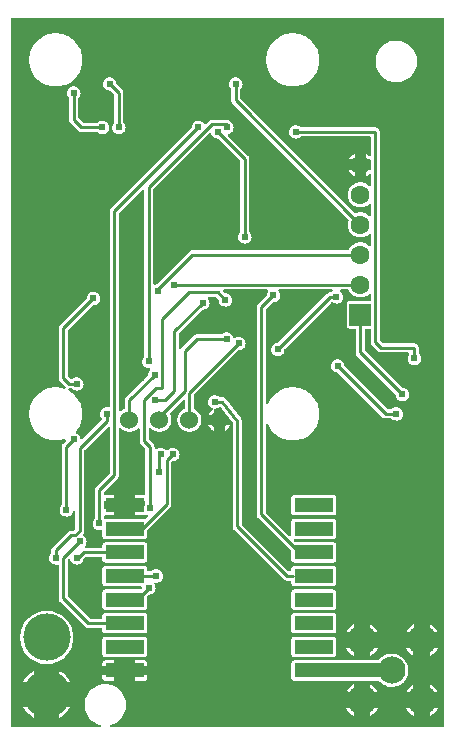
<source format=gtl>
G04 Layer: TopLayer*
G04 EasyEDA v6.5.46, 2025-09-16 11:21:37*
G04 d57bd40a603b42be9e37e0d49851eb9c,10*
G04 Gerber Generator version 0.2*
G04 Scale: 100 percent, Rotated: No, Reflected: No *
G04 Dimensions in inches *
G04 leading zeros omitted , absolute positions ,3 integer and 6 decimal *
%FSLAX36Y36*%
%MOIN*%

%AMMACRO1*21,1,$1,$2,0,0,$3*%
%ADD10C,0.0100*%
%ADD11C,0.0477*%
%ADD12R,0.1299X0.0472*%
%ADD13C,0.0630*%
%ADD14MACRO1,0.0709X0.0709X90.0000*%
%ADD15C,0.1575*%
%ADD16C,0.0906*%
%ADD17C,0.0984*%
%ADD18C,0.0600*%
%ADD19C,0.0244*%
%ADD20C,0.0159*%

%LPD*%
G36*
X14200Y-2369800D02*
G01*
X12660Y-2369500D01*
X11379Y-2368620D01*
X10500Y-2367340D01*
X10200Y-2365800D01*
X10200Y-9200D01*
X10500Y-7660D01*
X11379Y-6380D01*
X12660Y-5500D01*
X14200Y-5200D01*
X1450800Y-5200D01*
X1452340Y-5500D01*
X1453620Y-6380D01*
X1454500Y-7660D01*
X1454800Y-9200D01*
X1454800Y-2365800D01*
X1454500Y-2367340D01*
X1453620Y-2368620D01*
X1452340Y-2369500D01*
X1450800Y-2369800D01*
X343519Y-2369800D01*
X341920Y-2369480D01*
X340600Y-2368540D01*
X339760Y-2367160D01*
X339520Y-2365560D01*
X339940Y-2363980D01*
X340959Y-2362720D01*
X342400Y-2361960D01*
X347740Y-2360400D01*
X354360Y-2357720D01*
X360640Y-2354360D01*
X366560Y-2350380D01*
X372040Y-2345820D01*
X377020Y-2340720D01*
X381440Y-2335120D01*
X385260Y-2329100D01*
X388459Y-2322720D01*
X390959Y-2316060D01*
X392780Y-2309160D01*
X393880Y-2302120D01*
X394240Y-2295000D01*
X393880Y-2287880D01*
X392780Y-2280840D01*
X390959Y-2273940D01*
X388459Y-2267280D01*
X385260Y-2260900D01*
X381440Y-2254880D01*
X377020Y-2249280D01*
X372040Y-2244180D01*
X366560Y-2239620D01*
X360640Y-2235640D01*
X354360Y-2232280D01*
X347740Y-2229600D01*
X340900Y-2227600D01*
X333900Y-2226320D01*
X326780Y-2225780D01*
X319660Y-2225960D01*
X312580Y-2226880D01*
X305640Y-2228520D01*
X298920Y-2230860D01*
X292460Y-2233880D01*
X286340Y-2237540D01*
X280640Y-2241820D01*
X275420Y-2246680D01*
X270700Y-2252020D01*
X266580Y-2257840D01*
X263060Y-2264040D01*
X260200Y-2270580D01*
X258039Y-2277360D01*
X256580Y-2284340D01*
X255840Y-2291440D01*
X255840Y-2298560D01*
X256580Y-2305660D01*
X258039Y-2312640D01*
X260200Y-2319420D01*
X263060Y-2325960D01*
X266580Y-2332160D01*
X270700Y-2337980D01*
X275420Y-2343320D01*
X280640Y-2348180D01*
X286340Y-2352460D01*
X292460Y-2356120D01*
X298920Y-2359140D01*
X305640Y-2361480D01*
X307440Y-2361900D01*
X308920Y-2362600D01*
X310020Y-2363860D01*
X310500Y-2365440D01*
X310300Y-2367080D01*
X309480Y-2368500D01*
X308140Y-2369460D01*
X306520Y-2369800D01*
G37*

%LPC*%
G36*
X171860Y-2337860D02*
G01*
X176820Y-2335100D01*
X183600Y-2330460D01*
X189920Y-2325220D01*
X195720Y-2319400D01*
X200960Y-2313080D01*
X205620Y-2306300D01*
X208359Y-2301360D01*
X171860Y-2301360D01*
G37*
G36*
X88120Y-2337860D02*
G01*
X88120Y-2301360D01*
X51620Y-2301360D01*
X54380Y-2306300D01*
X59020Y-2313080D01*
X64280Y-2319400D01*
X70080Y-2325220D01*
X76400Y-2330460D01*
X83180Y-2335100D01*
G37*
G36*
X1152900Y-2332780D02*
G01*
X1152900Y-2307100D01*
X1127220Y-2307100D01*
X1129700Y-2311600D01*
X1133560Y-2317040D01*
X1138000Y-2322000D01*
X1142960Y-2326440D01*
X1148400Y-2330300D01*
G37*
G36*
X1407100Y-2332780D02*
G01*
X1411600Y-2330300D01*
X1417040Y-2326440D01*
X1422000Y-2322000D01*
X1426440Y-2317040D01*
X1430300Y-2311600D01*
X1432780Y-2307100D01*
X1407100Y-2307100D01*
G37*
G36*
X1352900Y-2332780D02*
G01*
X1352900Y-2307100D01*
X1327220Y-2307100D01*
X1329700Y-2311600D01*
X1333560Y-2317040D01*
X1338000Y-2322000D01*
X1342960Y-2326440D01*
X1348400Y-2330300D01*
G37*
G36*
X1207100Y-2332780D02*
G01*
X1211600Y-2330300D01*
X1217040Y-2326440D01*
X1222000Y-2322000D01*
X1226440Y-2317040D01*
X1230300Y-2311600D01*
X1232780Y-2307100D01*
X1207100Y-2307100D01*
G37*
G36*
X1127220Y-2252900D02*
G01*
X1152900Y-2252900D01*
X1152900Y-2227220D01*
X1148400Y-2229700D01*
X1142960Y-2233560D01*
X1138000Y-2238000D01*
X1133560Y-2242960D01*
X1129700Y-2248400D01*
G37*
G36*
X1407100Y-2252900D02*
G01*
X1432780Y-2252900D01*
X1430300Y-2248400D01*
X1426440Y-2242960D01*
X1422000Y-2238000D01*
X1417040Y-2233560D01*
X1411600Y-2229700D01*
X1407100Y-2227220D01*
G37*
G36*
X1207100Y-2252900D02*
G01*
X1232780Y-2252900D01*
X1230300Y-2248400D01*
X1226440Y-2242960D01*
X1222000Y-2238000D01*
X1217040Y-2233560D01*
X1211600Y-2229700D01*
X1207100Y-2227220D01*
G37*
G36*
X1327220Y-2252900D02*
G01*
X1352900Y-2252900D01*
X1352900Y-2227220D01*
X1348400Y-2229700D01*
X1342960Y-2233560D01*
X1338000Y-2238000D01*
X1333560Y-2242960D01*
X1329700Y-2248400D01*
G37*
G36*
X1281579Y-2235440D02*
G01*
X1287900Y-2234900D01*
X1294100Y-2233640D01*
X1300120Y-2231680D01*
X1305880Y-2229060D01*
X1311300Y-2225780D01*
X1316320Y-2221920D01*
X1320860Y-2217500D01*
X1324880Y-2212600D01*
X1328300Y-2207280D01*
X1331100Y-2201600D01*
X1333220Y-2195620D01*
X1334660Y-2189460D01*
X1335380Y-2183160D01*
X1335380Y-2176840D01*
X1334660Y-2170540D01*
X1333220Y-2164380D01*
X1331100Y-2158400D01*
X1328300Y-2152720D01*
X1324880Y-2147400D01*
X1320860Y-2142500D01*
X1316320Y-2138080D01*
X1311300Y-2134220D01*
X1305880Y-2130940D01*
X1300120Y-2128320D01*
X1294100Y-2126360D01*
X1287900Y-2125100D01*
X1281579Y-2124560D01*
X1275260Y-2124740D01*
X1268980Y-2125640D01*
X1262860Y-2127240D01*
X1256960Y-2129540D01*
X1251360Y-2132500D01*
X1246120Y-2136080D01*
X1241340Y-2140220D01*
X1237180Y-2144760D01*
X1235840Y-2145720D01*
X1234240Y-2146060D01*
X1020060Y-2146560D01*
X1017000Y-2146780D01*
X955220Y-2146780D01*
X952740Y-2147060D01*
X950580Y-2147800D01*
X948660Y-2149020D01*
X947039Y-2150620D01*
X945840Y-2152560D01*
X945080Y-2154700D01*
X944800Y-2157200D01*
X944800Y-2203980D01*
X945080Y-2206480D01*
X945840Y-2208620D01*
X947039Y-2210560D01*
X948660Y-2212160D01*
X950580Y-2213380D01*
X952740Y-2214120D01*
X955220Y-2214420D01*
X1016700Y-2214420D01*
X1020220Y-2214640D01*
X1234400Y-2214160D01*
X1236020Y-2214480D01*
X1237360Y-2215440D01*
X1241340Y-2219780D01*
X1246120Y-2223920D01*
X1251360Y-2227500D01*
X1256960Y-2230460D01*
X1262860Y-2232760D01*
X1268980Y-2234360D01*
X1275260Y-2235260D01*
G37*
G36*
X171860Y-2217620D02*
G01*
X208359Y-2217620D01*
X205620Y-2212660D01*
X200960Y-2205900D01*
X195720Y-2199580D01*
X189920Y-2193760D01*
X183600Y-2188520D01*
X176820Y-2183880D01*
X171860Y-2181120D01*
G37*
G36*
X51620Y-2217620D02*
G01*
X88120Y-2217620D01*
X88120Y-2181120D01*
X83180Y-2183880D01*
X76400Y-2188520D01*
X70080Y-2193760D01*
X64280Y-2199580D01*
X59020Y-2205900D01*
X54380Y-2212660D01*
G37*
G36*
X425020Y-2214420D02*
G01*
X454780Y-2214420D01*
X457260Y-2214120D01*
X459420Y-2213380D01*
X461340Y-2212160D01*
X462960Y-2210560D01*
X464159Y-2208620D01*
X464920Y-2206480D01*
X465200Y-2203980D01*
X465200Y-2194900D01*
X425020Y-2194900D01*
G37*
G36*
X325300Y-2214420D02*
G01*
X355060Y-2214420D01*
X355060Y-2194900D01*
X314880Y-2194900D01*
X314880Y-2203980D01*
X315160Y-2206480D01*
X315920Y-2208620D01*
X317120Y-2210560D01*
X318740Y-2212160D01*
X320660Y-2213380D01*
X322819Y-2214120D01*
G37*
G36*
X314880Y-2166280D02*
G01*
X355060Y-2166280D01*
X355060Y-2146780D01*
X325300Y-2146780D01*
X322819Y-2147060D01*
X320660Y-2147800D01*
X318740Y-2149020D01*
X317120Y-2150620D01*
X315920Y-2152560D01*
X315160Y-2154700D01*
X314880Y-2157200D01*
G37*
G36*
X425020Y-2166280D02*
G01*
X465200Y-2166280D01*
X465200Y-2157200D01*
X464920Y-2154700D01*
X464159Y-2152560D01*
X462960Y-2150620D01*
X461340Y-2149020D01*
X459420Y-2147800D01*
X457260Y-2147060D01*
X454780Y-2146780D01*
X425020Y-2146780D01*
G37*
G36*
X130000Y-2159440D02*
G01*
X138200Y-2159060D01*
X146340Y-2157940D01*
X154340Y-2156060D01*
X162120Y-2153440D01*
X169640Y-2150120D01*
X176820Y-2146120D01*
X183600Y-2141480D01*
X189920Y-2136240D01*
X195720Y-2130420D01*
X200960Y-2124100D01*
X205620Y-2117320D01*
X209600Y-2110160D01*
X212920Y-2102640D01*
X215539Y-2094840D01*
X217420Y-2086860D01*
X218560Y-2078720D01*
X218939Y-2070520D01*
X218560Y-2062300D01*
X217420Y-2054160D01*
X215539Y-2046180D01*
X212920Y-2038380D01*
X209600Y-2030860D01*
X205620Y-2023700D01*
X200960Y-2016920D01*
X195720Y-2010600D01*
X189920Y-2004780D01*
X183600Y-1999540D01*
X176820Y-1994900D01*
X169640Y-1990900D01*
X162120Y-1987580D01*
X154340Y-1984980D01*
X146340Y-1983080D01*
X138200Y-1981960D01*
X130000Y-1981579D01*
X121800Y-1981960D01*
X113660Y-1983080D01*
X105660Y-1984980D01*
X97860Y-1987580D01*
X90360Y-1990900D01*
X83180Y-1994900D01*
X76400Y-1999540D01*
X70080Y-2004780D01*
X64280Y-2010600D01*
X59020Y-2016920D01*
X54380Y-2023700D01*
X50380Y-2030860D01*
X47060Y-2038380D01*
X44460Y-2046180D01*
X42580Y-2054160D01*
X41440Y-2062300D01*
X41060Y-2070520D01*
X41440Y-2078720D01*
X42580Y-2086860D01*
X44460Y-2094840D01*
X47060Y-2102640D01*
X50380Y-2110160D01*
X54380Y-2117320D01*
X59020Y-2124100D01*
X64280Y-2130420D01*
X70080Y-2136240D01*
X76400Y-2141480D01*
X83180Y-2146120D01*
X90360Y-2150120D01*
X97860Y-2153440D01*
X105660Y-2156060D01*
X113660Y-2157940D01*
X121800Y-2159060D01*
G37*
G36*
X325300Y-2135680D02*
G01*
X454780Y-2135680D01*
X457260Y-2135400D01*
X459420Y-2134640D01*
X461340Y-2133420D01*
X462960Y-2131820D01*
X464180Y-2129880D01*
X464920Y-2127740D01*
X465200Y-2125240D01*
X465200Y-2078460D01*
X464920Y-2075960D01*
X464180Y-2073820D01*
X462960Y-2071879D01*
X461340Y-2070280D01*
X459420Y-2069060D01*
X457260Y-2068320D01*
X454780Y-2068040D01*
X325300Y-2068040D01*
X322819Y-2068320D01*
X320660Y-2069060D01*
X318740Y-2070280D01*
X317120Y-2071879D01*
X315920Y-2073820D01*
X315160Y-2075960D01*
X314880Y-2078460D01*
X314880Y-2125240D01*
X315160Y-2127740D01*
X315920Y-2129880D01*
X317120Y-2131820D01*
X318740Y-2133420D01*
X320660Y-2134640D01*
X322819Y-2135400D01*
G37*
G36*
X955220Y-2135680D02*
G01*
X1084700Y-2135680D01*
X1087180Y-2135380D01*
X1089340Y-2134640D01*
X1091260Y-2133420D01*
X1092880Y-2131820D01*
X1094080Y-2129880D01*
X1094840Y-2127740D01*
X1095120Y-2125240D01*
X1095120Y-2078460D01*
X1094840Y-2075960D01*
X1094080Y-2073820D01*
X1092880Y-2071879D01*
X1091260Y-2070280D01*
X1089340Y-2069060D01*
X1087180Y-2068320D01*
X1084700Y-2068040D01*
X955220Y-2068040D01*
X952740Y-2068320D01*
X950580Y-2069060D01*
X948660Y-2070280D01*
X947039Y-2071879D01*
X945840Y-2073820D01*
X945080Y-2075960D01*
X944800Y-2078460D01*
X944800Y-2125240D01*
X945080Y-2127740D01*
X945840Y-2129880D01*
X947039Y-2131820D01*
X948660Y-2133420D01*
X950580Y-2134640D01*
X952740Y-2135380D01*
G37*
G36*
X1152900Y-2132780D02*
G01*
X1152900Y-2107100D01*
X1127220Y-2107100D01*
X1129700Y-2111600D01*
X1133560Y-2117040D01*
X1138000Y-2122000D01*
X1142960Y-2126440D01*
X1148400Y-2130300D01*
G37*
G36*
X1352900Y-2132780D02*
G01*
X1352900Y-2107100D01*
X1327220Y-2107100D01*
X1329700Y-2111600D01*
X1333560Y-2117040D01*
X1338000Y-2122000D01*
X1342960Y-2126440D01*
X1348400Y-2130300D01*
G37*
G36*
X1207100Y-2132780D02*
G01*
X1211600Y-2130300D01*
X1217040Y-2126440D01*
X1222000Y-2122000D01*
X1226440Y-2117040D01*
X1230300Y-2111600D01*
X1232780Y-2107100D01*
X1207100Y-2107100D01*
G37*
G36*
X1407100Y-2132780D02*
G01*
X1411600Y-2130300D01*
X1417040Y-2126440D01*
X1422000Y-2122000D01*
X1426440Y-2117040D01*
X1430300Y-2111600D01*
X1432780Y-2107100D01*
X1407100Y-2107100D01*
G37*
G36*
X955220Y-2056940D02*
G01*
X1084700Y-2056940D01*
X1087180Y-2056639D01*
X1089340Y-2055900D01*
X1091260Y-2054680D01*
X1092880Y-2053080D01*
X1094080Y-2051140D01*
X1094840Y-2049000D01*
X1095120Y-2046500D01*
X1095120Y-1999720D01*
X1094840Y-1997220D01*
X1094080Y-1995080D01*
X1092880Y-1993140D01*
X1091260Y-1991540D01*
X1089340Y-1990320D01*
X1087180Y-1989580D01*
X1084700Y-1989300D01*
X955220Y-1989300D01*
X952740Y-1989580D01*
X950580Y-1990320D01*
X948660Y-1991540D01*
X947039Y-1993140D01*
X945840Y-1995080D01*
X945080Y-1997220D01*
X944800Y-1999720D01*
X944800Y-2046500D01*
X945080Y-2049000D01*
X945840Y-2051140D01*
X947039Y-2053080D01*
X948660Y-2054680D01*
X950580Y-2055900D01*
X952740Y-2056639D01*
G37*
G36*
X325300Y-2056940D02*
G01*
X454780Y-2056940D01*
X457260Y-2056639D01*
X459420Y-2055900D01*
X461340Y-2054680D01*
X462960Y-2053080D01*
X464159Y-2051140D01*
X464920Y-2049000D01*
X465200Y-2046500D01*
X465200Y-1999720D01*
X464920Y-1997220D01*
X464159Y-1995080D01*
X462960Y-1993140D01*
X461340Y-1991540D01*
X459420Y-1990320D01*
X457260Y-1989580D01*
X454780Y-1989300D01*
X325300Y-1989300D01*
X322819Y-1989580D01*
X320660Y-1990320D01*
X318740Y-1991540D01*
X317120Y-1993140D01*
X315920Y-1995080D01*
X315160Y-1997220D01*
X314880Y-1999720D01*
X314880Y-2003899D01*
X314580Y-2005440D01*
X313700Y-2006720D01*
X312420Y-2007600D01*
X310880Y-2007900D01*
X276060Y-2007900D01*
X274520Y-2007600D01*
X273220Y-2006720D01*
X201380Y-1934880D01*
X200500Y-1933580D01*
X200200Y-1932040D01*
X200200Y-1812960D01*
X200500Y-1811420D01*
X201380Y-1810120D01*
X201900Y-1809600D01*
X203240Y-1808720D01*
X204800Y-1808440D01*
X206360Y-1808779D01*
X207659Y-1809720D01*
X208500Y-1811100D01*
X209600Y-1814220D01*
X211439Y-1817540D01*
X213840Y-1820500D01*
X216680Y-1823000D01*
X219920Y-1825000D01*
X223440Y-1826399D01*
X227160Y-1827200D01*
X230960Y-1827380D01*
X234720Y-1826879D01*
X238340Y-1825780D01*
X241740Y-1824060D01*
X244800Y-1821800D01*
X247420Y-1819060D01*
X249540Y-1815920D01*
X251119Y-1812460D01*
X251560Y-1810700D01*
X251960Y-1809720D01*
X252620Y-1808880D01*
X258220Y-1803280D01*
X259520Y-1802400D01*
X261060Y-1802100D01*
X310880Y-1802100D01*
X312420Y-1802400D01*
X313700Y-1803280D01*
X314580Y-1804560D01*
X314880Y-1806100D01*
X314880Y-1810280D01*
X315160Y-1812780D01*
X315920Y-1814920D01*
X317120Y-1816860D01*
X318740Y-1818460D01*
X320660Y-1819680D01*
X322819Y-1820420D01*
X325300Y-1820720D01*
X454780Y-1820720D01*
X457260Y-1820420D01*
X459420Y-1819680D01*
X461340Y-1818460D01*
X462960Y-1816860D01*
X464159Y-1814920D01*
X464920Y-1812780D01*
X465200Y-1810280D01*
X465200Y-1763500D01*
X464920Y-1761000D01*
X464159Y-1758860D01*
X462960Y-1756920D01*
X461340Y-1755320D01*
X459420Y-1754100D01*
X457260Y-1753360D01*
X454780Y-1753080D01*
X325300Y-1753080D01*
X322819Y-1753360D01*
X320660Y-1754100D01*
X318740Y-1755320D01*
X317120Y-1756920D01*
X315920Y-1758860D01*
X315160Y-1761000D01*
X314880Y-1763500D01*
X314880Y-1767700D01*
X314580Y-1769240D01*
X313700Y-1770520D01*
X312420Y-1771399D01*
X310880Y-1771699D01*
X259480Y-1771699D01*
X257960Y-1771399D01*
X256680Y-1770540D01*
X255799Y-1769259D01*
X255479Y-1767760D01*
X255760Y-1766240D01*
X256600Y-1764940D01*
X257420Y-1764060D01*
X259540Y-1760920D01*
X261119Y-1757460D01*
X262060Y-1753779D01*
X262400Y-1750000D01*
X262060Y-1746220D01*
X261119Y-1742540D01*
X259540Y-1739079D01*
X257420Y-1735940D01*
X254800Y-1733200D01*
X251840Y-1731000D01*
X250760Y-1729820D01*
X250240Y-1728280D01*
X250380Y-1726680D01*
X251119Y-1725260D01*
X252620Y-1723440D01*
X254020Y-1720800D01*
X254880Y-1717960D01*
X255200Y-1714800D01*
X255200Y-1447960D01*
X255500Y-1446420D01*
X256380Y-1445120D01*
X332980Y-1368520D01*
X334260Y-1367660D01*
X335800Y-1367360D01*
X337340Y-1367660D01*
X338620Y-1368520D01*
X339500Y-1369820D01*
X339799Y-1371360D01*
X339799Y-1522040D01*
X339500Y-1523580D01*
X338620Y-1524880D01*
X294400Y-1569120D01*
X292380Y-1571560D01*
X290980Y-1574199D01*
X290120Y-1577040D01*
X289800Y-1580200D01*
X289800Y-1671900D01*
X289580Y-1673240D01*
X288920Y-1674420D01*
X286440Y-1677460D01*
X284600Y-1680780D01*
X283340Y-1684360D01*
X282700Y-1688100D01*
X282700Y-1691900D01*
X283340Y-1695640D01*
X284600Y-1699220D01*
X286440Y-1702540D01*
X288840Y-1705500D01*
X291680Y-1708000D01*
X294920Y-1710000D01*
X298440Y-1711399D01*
X302160Y-1712200D01*
X305960Y-1712380D01*
X311200Y-1711720D01*
X312620Y-1712120D01*
X313820Y-1713000D01*
X314600Y-1714259D01*
X314880Y-1715720D01*
X314880Y-1731540D01*
X315160Y-1734040D01*
X315920Y-1736180D01*
X317120Y-1738120D01*
X318740Y-1739720D01*
X320660Y-1740940D01*
X322819Y-1741680D01*
X325300Y-1741980D01*
X454780Y-1741980D01*
X457260Y-1741680D01*
X459420Y-1740940D01*
X461340Y-1739720D01*
X462960Y-1738120D01*
X464159Y-1736180D01*
X464920Y-1734040D01*
X465200Y-1731540D01*
X465200Y-1712960D01*
X465500Y-1711420D01*
X466380Y-1710120D01*
X540600Y-1635880D01*
X542620Y-1633440D01*
X544020Y-1630800D01*
X544880Y-1627960D01*
X545200Y-1624800D01*
X545200Y-1487960D01*
X545500Y-1486420D01*
X546380Y-1485120D01*
X547960Y-1483540D01*
X549340Y-1482640D01*
X554720Y-1481879D01*
X558340Y-1480780D01*
X561740Y-1479060D01*
X564800Y-1476800D01*
X567420Y-1474060D01*
X569540Y-1470920D01*
X571120Y-1467460D01*
X572060Y-1463779D01*
X572400Y-1460000D01*
X572060Y-1456220D01*
X571120Y-1452540D01*
X569540Y-1449079D01*
X567420Y-1445940D01*
X564800Y-1443200D01*
X561740Y-1440940D01*
X558340Y-1439220D01*
X554720Y-1438120D01*
X550960Y-1437620D01*
X547160Y-1437800D01*
X543440Y-1438600D01*
X539920Y-1440000D01*
X536680Y-1442000D01*
X533840Y-1444500D01*
X533140Y-1445380D01*
X531820Y-1446440D01*
X530180Y-1446860D01*
X528520Y-1446579D01*
X527140Y-1445640D01*
X524800Y-1443200D01*
X521740Y-1440940D01*
X518340Y-1439220D01*
X514720Y-1438120D01*
X510959Y-1437620D01*
X507160Y-1437800D01*
X503440Y-1438600D01*
X499920Y-1440000D01*
X496680Y-1442000D01*
X495840Y-1442740D01*
X494540Y-1443500D01*
X493040Y-1443740D01*
X491560Y-1443380D01*
X490319Y-1442500D01*
X489480Y-1441220D01*
X489200Y-1439740D01*
X489200Y-1434199D01*
X488880Y-1431040D01*
X488020Y-1428200D01*
X486620Y-1425560D01*
X484600Y-1423120D01*
X471380Y-1409880D01*
X470500Y-1408580D01*
X470200Y-1407040D01*
X470200Y-1376380D01*
X470480Y-1374900D01*
X471300Y-1373620D01*
X472520Y-1372740D01*
X473980Y-1372380D01*
X475480Y-1372580D01*
X476780Y-1373320D01*
X481160Y-1377040D01*
X485680Y-1379940D01*
X490560Y-1382200D01*
X495680Y-1383779D01*
X500980Y-1384680D01*
X506340Y-1384860D01*
X511680Y-1384319D01*
X516900Y-1383080D01*
X521920Y-1381140D01*
X526620Y-1378560D01*
X530940Y-1375380D01*
X534800Y-1371639D01*
X538140Y-1367440D01*
X540880Y-1362820D01*
X542960Y-1357860D01*
X544380Y-1352700D01*
X545100Y-1347360D01*
X545100Y-1342000D01*
X544380Y-1336680D01*
X542960Y-1331500D01*
X540880Y-1326560D01*
X540240Y-1325500D01*
X539700Y-1323839D01*
X539920Y-1322120D01*
X540860Y-1320640D01*
X582980Y-1278520D01*
X584260Y-1277660D01*
X585800Y-1277360D01*
X587340Y-1277660D01*
X588620Y-1278520D01*
X589500Y-1279820D01*
X589800Y-1281360D01*
X589800Y-1304980D01*
X589520Y-1306459D01*
X588700Y-1307720D01*
X587480Y-1308600D01*
X585680Y-1309440D01*
X581160Y-1312320D01*
X577060Y-1315800D01*
X573460Y-1319780D01*
X570420Y-1324199D01*
X568000Y-1329000D01*
X566240Y-1334060D01*
X565160Y-1339319D01*
X564800Y-1344680D01*
X565160Y-1350040D01*
X566240Y-1355300D01*
X568000Y-1360380D01*
X570420Y-1365160D01*
X573460Y-1369600D01*
X577060Y-1373580D01*
X581160Y-1377040D01*
X585680Y-1379940D01*
X590560Y-1382200D01*
X595680Y-1383779D01*
X600980Y-1384680D01*
X606340Y-1384860D01*
X611680Y-1384319D01*
X616900Y-1383080D01*
X621920Y-1381140D01*
X626620Y-1378560D01*
X630940Y-1375380D01*
X634800Y-1371639D01*
X638140Y-1367440D01*
X640879Y-1362820D01*
X642960Y-1357860D01*
X644380Y-1352700D01*
X645100Y-1347360D01*
X645100Y-1342000D01*
X644380Y-1336680D01*
X642960Y-1331500D01*
X640879Y-1326560D01*
X638140Y-1321940D01*
X634800Y-1317720D01*
X630940Y-1314000D01*
X626620Y-1310800D01*
X622280Y-1308420D01*
X621180Y-1307540D01*
X620460Y-1306320D01*
X620200Y-1304920D01*
X620200Y-1262960D01*
X620500Y-1261420D01*
X621380Y-1260120D01*
X767960Y-1113540D01*
X769340Y-1112640D01*
X774720Y-1111880D01*
X778340Y-1110780D01*
X781740Y-1109060D01*
X784800Y-1106800D01*
X787420Y-1104060D01*
X789539Y-1100920D01*
X791120Y-1097460D01*
X792060Y-1093780D01*
X792400Y-1090000D01*
X792060Y-1086220D01*
X791120Y-1082540D01*
X789539Y-1079080D01*
X787420Y-1075940D01*
X784800Y-1073200D01*
X781740Y-1070940D01*
X778340Y-1069220D01*
X774720Y-1068120D01*
X770960Y-1067620D01*
X767159Y-1067800D01*
X763439Y-1068600D01*
X759920Y-1070000D01*
X757480Y-1071500D01*
X756100Y-1072040D01*
X754620Y-1072020D01*
X753240Y-1071460D01*
X752159Y-1070440D01*
X751520Y-1069100D01*
X751120Y-1067540D01*
X749539Y-1064080D01*
X747420Y-1060940D01*
X744800Y-1058200D01*
X741740Y-1055940D01*
X738340Y-1054220D01*
X734720Y-1053120D01*
X730960Y-1052620D01*
X727159Y-1052800D01*
X723439Y-1053600D01*
X719920Y-1055000D01*
X716680Y-1057000D01*
X714640Y-1058800D01*
X713400Y-1059540D01*
X712000Y-1059800D01*
X630200Y-1059800D01*
X627040Y-1060120D01*
X624200Y-1060980D01*
X621560Y-1062380D01*
X619120Y-1064400D01*
X579000Y-1104520D01*
X577300Y-1106580D01*
X576020Y-1107600D01*
X574460Y-1108040D01*
X572860Y-1107820D01*
X571460Y-1106960D01*
X570540Y-1105640D01*
X570200Y-1104040D01*
X570200Y-1057960D01*
X570500Y-1056420D01*
X571380Y-1055120D01*
X647960Y-978540D01*
X649340Y-977640D01*
X654720Y-976880D01*
X658340Y-975780D01*
X661740Y-974060D01*
X664800Y-971800D01*
X667420Y-969060D01*
X669539Y-965920D01*
X671120Y-962460D01*
X672060Y-958780D01*
X672400Y-955000D01*
X672060Y-951220D01*
X671120Y-947540D01*
X669539Y-944080D01*
X667760Y-941440D01*
X667120Y-939840D01*
X667220Y-938120D01*
X668020Y-936600D01*
X669400Y-935560D01*
X671080Y-935200D01*
X692039Y-935200D01*
X693580Y-935500D01*
X694880Y-936380D01*
X701520Y-943020D01*
X702380Y-944320D01*
X702700Y-945840D01*
X702700Y-946900D01*
X703340Y-950639D01*
X704599Y-954220D01*
X706440Y-957540D01*
X708840Y-960500D01*
X711680Y-963000D01*
X714920Y-965000D01*
X718439Y-966400D01*
X722159Y-967200D01*
X725960Y-967380D01*
X729720Y-966880D01*
X733340Y-965780D01*
X736740Y-964060D01*
X739800Y-961800D01*
X742420Y-959060D01*
X744539Y-955920D01*
X746120Y-952460D01*
X747060Y-948780D01*
X747400Y-945000D01*
X747060Y-941220D01*
X746120Y-937540D01*
X744539Y-934080D01*
X742420Y-930939D01*
X739800Y-928199D01*
X736740Y-925939D01*
X733340Y-924220D01*
X729720Y-923120D01*
X724340Y-922360D01*
X722960Y-921460D01*
X718520Y-917020D01*
X717660Y-915740D01*
X717360Y-914200D01*
X717660Y-912660D01*
X718520Y-911380D01*
X719820Y-910500D01*
X721360Y-910200D01*
X863940Y-910200D01*
X865400Y-910480D01*
X866660Y-911280D01*
X867560Y-912480D01*
X867940Y-913920D01*
X867760Y-915400D01*
X867060Y-916720D01*
X866440Y-917460D01*
X864599Y-920780D01*
X863340Y-924360D01*
X862700Y-928100D01*
X862700Y-929160D01*
X862380Y-930680D01*
X861520Y-931979D01*
X834400Y-959120D01*
X832380Y-961560D01*
X830980Y-964200D01*
X830120Y-967039D01*
X829800Y-970200D01*
X829800Y-1659800D01*
X830120Y-1662960D01*
X830980Y-1665800D01*
X832380Y-1668440D01*
X834400Y-1670880D01*
X943620Y-1780120D01*
X944500Y-1781420D01*
X944800Y-1782960D01*
X944800Y-1810280D01*
X945080Y-1812780D01*
X945840Y-1814920D01*
X947039Y-1816860D01*
X948660Y-1818460D01*
X950580Y-1819680D01*
X952740Y-1820420D01*
X955220Y-1820720D01*
X1084700Y-1820720D01*
X1087180Y-1820420D01*
X1089340Y-1819680D01*
X1091260Y-1818460D01*
X1092880Y-1816860D01*
X1094080Y-1814920D01*
X1094840Y-1812780D01*
X1095120Y-1810280D01*
X1095120Y-1763500D01*
X1094840Y-1761000D01*
X1094080Y-1758860D01*
X1092880Y-1756920D01*
X1091260Y-1755320D01*
X1089340Y-1754100D01*
X1087180Y-1753360D01*
X1084700Y-1753080D01*
X961220Y-1753080D01*
X959700Y-1752760D01*
X958400Y-1751900D01*
X955300Y-1748800D01*
X954419Y-1747500D01*
X954120Y-1745980D01*
X954419Y-1744440D01*
X955300Y-1743140D01*
X956600Y-1742280D01*
X958120Y-1741980D01*
X1084700Y-1741980D01*
X1087180Y-1741680D01*
X1089340Y-1740940D01*
X1091260Y-1739720D01*
X1092880Y-1738120D01*
X1094080Y-1736180D01*
X1094840Y-1734040D01*
X1095120Y-1731540D01*
X1095120Y-1684760D01*
X1094840Y-1682260D01*
X1094080Y-1680120D01*
X1092880Y-1678180D01*
X1091260Y-1676579D01*
X1089340Y-1675360D01*
X1087180Y-1674620D01*
X1084700Y-1674340D01*
X955220Y-1674340D01*
X952740Y-1674620D01*
X950580Y-1675360D01*
X948660Y-1676579D01*
X947039Y-1678180D01*
X945840Y-1680120D01*
X945080Y-1682260D01*
X944800Y-1684760D01*
X944800Y-1728640D01*
X944500Y-1730180D01*
X943620Y-1731480D01*
X942340Y-1732340D01*
X940800Y-1732640D01*
X939280Y-1732340D01*
X937980Y-1731480D01*
X861380Y-1654880D01*
X860500Y-1653580D01*
X860200Y-1652040D01*
X860200Y-1360540D01*
X860500Y-1359019D01*
X861360Y-1357720D01*
X862640Y-1356860D01*
X864140Y-1356540D01*
X865660Y-1356819D01*
X866979Y-1357640D01*
X867860Y-1358920D01*
X870380Y-1364640D01*
X874380Y-1371819D01*
X879020Y-1378600D01*
X884280Y-1384920D01*
X890080Y-1390720D01*
X896400Y-1395980D01*
X903180Y-1400620D01*
X910360Y-1404620D01*
X917880Y-1407940D01*
X925660Y-1410540D01*
X933660Y-1412420D01*
X941800Y-1413560D01*
X950000Y-1413940D01*
X958199Y-1413560D01*
X966340Y-1412420D01*
X974340Y-1410540D01*
X982120Y-1407940D01*
X989640Y-1404620D01*
X996820Y-1400620D01*
X1003600Y-1395980D01*
X1009920Y-1390720D01*
X1015720Y-1384920D01*
X1020980Y-1378600D01*
X1025620Y-1371819D01*
X1029620Y-1364640D01*
X1032940Y-1357120D01*
X1035540Y-1349340D01*
X1037420Y-1341339D01*
X1038560Y-1333200D01*
X1038940Y-1325000D01*
X1038560Y-1316800D01*
X1037420Y-1308660D01*
X1035540Y-1300660D01*
X1032940Y-1292880D01*
X1029620Y-1285360D01*
X1025620Y-1278180D01*
X1020980Y-1271400D01*
X1015720Y-1265080D01*
X1009920Y-1259280D01*
X1003600Y-1254020D01*
X996820Y-1249380D01*
X989640Y-1245380D01*
X982120Y-1242060D01*
X974340Y-1239460D01*
X966340Y-1237580D01*
X958199Y-1236440D01*
X950000Y-1236060D01*
X941800Y-1236440D01*
X933660Y-1237580D01*
X925660Y-1239460D01*
X917880Y-1242060D01*
X910360Y-1245380D01*
X903180Y-1249380D01*
X896400Y-1254020D01*
X890080Y-1259280D01*
X884280Y-1265080D01*
X879020Y-1271400D01*
X874380Y-1278180D01*
X870380Y-1285360D01*
X867860Y-1291080D01*
X866979Y-1292360D01*
X865660Y-1293180D01*
X864140Y-1293460D01*
X862640Y-1293140D01*
X861360Y-1292280D01*
X860500Y-1290980D01*
X860200Y-1289460D01*
X860200Y-977960D01*
X860500Y-976420D01*
X861380Y-975120D01*
X882960Y-953540D01*
X884340Y-952640D01*
X889720Y-951880D01*
X893340Y-950780D01*
X896740Y-949060D01*
X899800Y-946800D01*
X902420Y-944060D01*
X904539Y-940920D01*
X906120Y-937460D01*
X907060Y-933780D01*
X907400Y-930000D01*
X907060Y-926220D01*
X906120Y-922540D01*
X904539Y-919080D01*
X902760Y-916440D01*
X902120Y-914840D01*
X902220Y-913120D01*
X903020Y-911600D01*
X904400Y-910560D01*
X906080Y-910200D01*
X1078820Y-910200D01*
X1080380Y-910520D01*
X1081700Y-911440D01*
X1082560Y-912780D01*
X1082800Y-914360D01*
X1082420Y-915920D01*
X1081460Y-917200D01*
X1079640Y-918800D01*
X1078400Y-919539D01*
X1077000Y-919800D01*
X1075200Y-919800D01*
X1072040Y-920120D01*
X1069200Y-920980D01*
X1066560Y-922380D01*
X1064120Y-924400D01*
X901979Y-1086540D01*
X900759Y-1087360D01*
X899320Y-1087700D01*
X897159Y-1087800D01*
X893439Y-1088600D01*
X889920Y-1090000D01*
X886680Y-1092000D01*
X883840Y-1094500D01*
X881440Y-1097460D01*
X879599Y-1100780D01*
X878340Y-1104360D01*
X877700Y-1108100D01*
X877700Y-1111900D01*
X878340Y-1115640D01*
X879599Y-1119220D01*
X881440Y-1122540D01*
X883840Y-1125500D01*
X886680Y-1128000D01*
X889920Y-1130000D01*
X893439Y-1131400D01*
X897159Y-1132200D01*
X900960Y-1132380D01*
X904720Y-1131880D01*
X908340Y-1130780D01*
X911740Y-1129060D01*
X914800Y-1126800D01*
X917420Y-1124060D01*
X919539Y-1120920D01*
X921120Y-1117460D01*
X922060Y-1113780D01*
X922340Y-1110480D01*
X922700Y-1109140D01*
X923500Y-1107980D01*
X1077480Y-954020D01*
X1078980Y-953080D01*
X1080720Y-952880D01*
X1082400Y-953439D01*
X1084920Y-955000D01*
X1088440Y-956400D01*
X1092160Y-957200D01*
X1095960Y-957380D01*
X1099720Y-956880D01*
X1103340Y-955780D01*
X1106740Y-954060D01*
X1109800Y-951800D01*
X1112420Y-949060D01*
X1114540Y-945920D01*
X1116120Y-942460D01*
X1117060Y-938780D01*
X1117400Y-935000D01*
X1117060Y-931220D01*
X1116120Y-927540D01*
X1114540Y-924080D01*
X1112420Y-920939D01*
X1109800Y-918199D01*
X1108740Y-917420D01*
X1107640Y-916180D01*
X1107140Y-914599D01*
X1107320Y-912940D01*
X1108160Y-911520D01*
X1109500Y-910540D01*
X1111120Y-910200D01*
X1133620Y-910200D01*
X1135080Y-910480D01*
X1136320Y-911260D01*
X1137220Y-912440D01*
X1138900Y-915840D01*
X1141920Y-920380D01*
X1145520Y-924479D01*
X1149620Y-928080D01*
X1154160Y-931100D01*
X1159040Y-933520D01*
X1164220Y-935260D01*
X1169560Y-936340D01*
X1175000Y-936680D01*
X1180440Y-936340D01*
X1185780Y-935260D01*
X1190960Y-933520D01*
X1195840Y-931100D01*
X1200380Y-928080D01*
X1203160Y-925639D01*
X1204480Y-924860D01*
X1205980Y-924640D01*
X1207460Y-925000D01*
X1208680Y-925879D01*
X1209520Y-927140D01*
X1209800Y-928640D01*
X1209800Y-945360D01*
X1209500Y-946900D01*
X1208620Y-948199D01*
X1207340Y-949060D01*
X1205800Y-949360D01*
X1139800Y-949360D01*
X1137300Y-949640D01*
X1135160Y-950400D01*
X1133220Y-951620D01*
X1131620Y-953220D01*
X1130400Y-955160D01*
X1129640Y-957300D01*
X1129360Y-959800D01*
X1129360Y-1030200D01*
X1129640Y-1032700D01*
X1130400Y-1034840D01*
X1131620Y-1036780D01*
X1133220Y-1038379D01*
X1135160Y-1039599D01*
X1137300Y-1040360D01*
X1139800Y-1040639D01*
X1155800Y-1040639D01*
X1157340Y-1040939D01*
X1158620Y-1041800D01*
X1159500Y-1043100D01*
X1159800Y-1044640D01*
X1159800Y-1119800D01*
X1160120Y-1122960D01*
X1160980Y-1125800D01*
X1162380Y-1128440D01*
X1164400Y-1130880D01*
X1291519Y-1258020D01*
X1292380Y-1259320D01*
X1292700Y-1260840D01*
X1292700Y-1261900D01*
X1293340Y-1265640D01*
X1294600Y-1269220D01*
X1296440Y-1272540D01*
X1298839Y-1275500D01*
X1301680Y-1278000D01*
X1304920Y-1280000D01*
X1308440Y-1281399D01*
X1312160Y-1282200D01*
X1315960Y-1282380D01*
X1319720Y-1281879D01*
X1323340Y-1280780D01*
X1326740Y-1279060D01*
X1329800Y-1276800D01*
X1332420Y-1274060D01*
X1334540Y-1270920D01*
X1336120Y-1267460D01*
X1337060Y-1263780D01*
X1337400Y-1260000D01*
X1337060Y-1256220D01*
X1336120Y-1252540D01*
X1334540Y-1249080D01*
X1332420Y-1245940D01*
X1329800Y-1243200D01*
X1326740Y-1240940D01*
X1323340Y-1239220D01*
X1319720Y-1238120D01*
X1314340Y-1237360D01*
X1312960Y-1236460D01*
X1191380Y-1114880D01*
X1190500Y-1113580D01*
X1190200Y-1112040D01*
X1190200Y-1044640D01*
X1190500Y-1043100D01*
X1191380Y-1041800D01*
X1192660Y-1040939D01*
X1194200Y-1040639D01*
X1205800Y-1040639D01*
X1207340Y-1040939D01*
X1208620Y-1041800D01*
X1209500Y-1043100D01*
X1209800Y-1044640D01*
X1209800Y-1084800D01*
X1210120Y-1087960D01*
X1210980Y-1090800D01*
X1212380Y-1093440D01*
X1214400Y-1095880D01*
X1234120Y-1115600D01*
X1236560Y-1117620D01*
X1239200Y-1119020D01*
X1242040Y-1119880D01*
X1245200Y-1120200D01*
X1333940Y-1120200D01*
X1335400Y-1120480D01*
X1336660Y-1121280D01*
X1337560Y-1122480D01*
X1337940Y-1123920D01*
X1337760Y-1125400D01*
X1337060Y-1126720D01*
X1336440Y-1127460D01*
X1334600Y-1130780D01*
X1333340Y-1134360D01*
X1332700Y-1138100D01*
X1332700Y-1141900D01*
X1333340Y-1145640D01*
X1334600Y-1149220D01*
X1336440Y-1152540D01*
X1338839Y-1155500D01*
X1341680Y-1158000D01*
X1344920Y-1160000D01*
X1348440Y-1161400D01*
X1352160Y-1162200D01*
X1355960Y-1162380D01*
X1359720Y-1161880D01*
X1363340Y-1160780D01*
X1366740Y-1159060D01*
X1369800Y-1156800D01*
X1372420Y-1154060D01*
X1374540Y-1150920D01*
X1376120Y-1147460D01*
X1377060Y-1143780D01*
X1377400Y-1140000D01*
X1377060Y-1136220D01*
X1376120Y-1132540D01*
X1374540Y-1129080D01*
X1372420Y-1125940D01*
X1371320Y-1124780D01*
X1370480Y-1123500D01*
X1370200Y-1122000D01*
X1370200Y-1105200D01*
X1369880Y-1102040D01*
X1369019Y-1099200D01*
X1367620Y-1096560D01*
X1365740Y-1094260D01*
X1363440Y-1092380D01*
X1360800Y-1090980D01*
X1357960Y-1090120D01*
X1354800Y-1089800D01*
X1252960Y-1089800D01*
X1251420Y-1089500D01*
X1250120Y-1088620D01*
X1241380Y-1079880D01*
X1240500Y-1078580D01*
X1240200Y-1077040D01*
X1240200Y-385200D01*
X1239880Y-382040D01*
X1239020Y-379200D01*
X1237620Y-376560D01*
X1235740Y-374260D01*
X1233440Y-372380D01*
X1230800Y-370980D01*
X1227960Y-370120D01*
X1224800Y-369799D01*
X978040Y-369799D01*
X976480Y-369480D01*
X971740Y-365940D01*
X968340Y-364219D01*
X964720Y-363120D01*
X960960Y-362620D01*
X957159Y-362800D01*
X953439Y-363600D01*
X949920Y-365000D01*
X946680Y-367000D01*
X943840Y-369500D01*
X941440Y-372460D01*
X939599Y-375780D01*
X938340Y-379360D01*
X937700Y-383100D01*
X937700Y-386900D01*
X938340Y-390640D01*
X939599Y-394219D01*
X941440Y-397540D01*
X943840Y-400500D01*
X946680Y-403000D01*
X949920Y-405000D01*
X953439Y-406400D01*
X957159Y-407200D01*
X960960Y-407380D01*
X964720Y-406880D01*
X968340Y-405780D01*
X971740Y-404060D01*
X976480Y-400520D01*
X978040Y-400200D01*
X1205800Y-400200D01*
X1207340Y-400500D01*
X1208620Y-401380D01*
X1209500Y-402660D01*
X1209800Y-404200D01*
X1209800Y-461360D01*
X1209520Y-462860D01*
X1208680Y-464120D01*
X1207460Y-465000D01*
X1205980Y-465360D01*
X1204480Y-465140D01*
X1203160Y-464360D01*
X1200380Y-461920D01*
X1195840Y-458900D01*
X1193240Y-457620D01*
X1193240Y-476760D01*
X1205800Y-476760D01*
X1207340Y-477060D01*
X1208620Y-477920D01*
X1209500Y-479219D01*
X1209800Y-480760D01*
X1209800Y-509240D01*
X1209500Y-510780D01*
X1208620Y-512080D01*
X1207340Y-512939D01*
X1205800Y-513240D01*
X1193240Y-513240D01*
X1193240Y-532380D01*
X1195840Y-531100D01*
X1200380Y-528080D01*
X1203160Y-525640D01*
X1204480Y-524860D01*
X1205980Y-524640D01*
X1207460Y-525000D01*
X1208680Y-525880D01*
X1209520Y-527140D01*
X1209800Y-528640D01*
X1209800Y-561360D01*
X1209520Y-562860D01*
X1208680Y-564120D01*
X1207460Y-565000D01*
X1205980Y-565360D01*
X1204480Y-565140D01*
X1203160Y-564360D01*
X1200380Y-561920D01*
X1195840Y-558900D01*
X1190960Y-556480D01*
X1185780Y-554740D01*
X1180440Y-553660D01*
X1175000Y-553320D01*
X1169560Y-553660D01*
X1164220Y-554740D01*
X1159040Y-556480D01*
X1154160Y-558900D01*
X1149620Y-561920D01*
X1145520Y-565520D01*
X1141920Y-569620D01*
X1138900Y-574160D01*
X1136480Y-579040D01*
X1134740Y-584220D01*
X1133660Y-589560D01*
X1133320Y-595000D01*
X1133660Y-600440D01*
X1134740Y-605780D01*
X1136480Y-610960D01*
X1138900Y-615840D01*
X1141920Y-620380D01*
X1145520Y-624480D01*
X1149620Y-628080D01*
X1154160Y-631100D01*
X1159040Y-633520D01*
X1164220Y-635260D01*
X1169560Y-636340D01*
X1175000Y-636680D01*
X1180440Y-636340D01*
X1185780Y-635260D01*
X1190960Y-633520D01*
X1195840Y-631100D01*
X1200380Y-628080D01*
X1203160Y-625640D01*
X1204480Y-624860D01*
X1205980Y-624640D01*
X1207460Y-625000D01*
X1208680Y-625880D01*
X1209520Y-627140D01*
X1209800Y-628640D01*
X1209800Y-661360D01*
X1209520Y-662860D01*
X1208680Y-664120D01*
X1207460Y-665000D01*
X1205980Y-665360D01*
X1204480Y-665140D01*
X1203160Y-664360D01*
X1200380Y-661919D01*
X1195840Y-658900D01*
X1190960Y-656480D01*
X1185780Y-654740D01*
X1180440Y-653660D01*
X1175000Y-653319D01*
X1169560Y-653660D01*
X1164220Y-654740D01*
X1160600Y-655960D01*
X1159140Y-656160D01*
X1157720Y-655819D01*
X1156500Y-655000D01*
X776380Y-274880D01*
X775500Y-273580D01*
X775200Y-272040D01*
X775200Y-243000D01*
X775480Y-241500D01*
X776320Y-240219D01*
X777420Y-239060D01*
X779539Y-235920D01*
X781120Y-232460D01*
X782060Y-228780D01*
X782400Y-225000D01*
X782060Y-221220D01*
X781120Y-217540D01*
X779539Y-214080D01*
X777420Y-210940D01*
X774800Y-208200D01*
X771740Y-205940D01*
X768340Y-204220D01*
X764720Y-203120D01*
X760960Y-202620D01*
X757159Y-202800D01*
X753439Y-203600D01*
X749920Y-205000D01*
X746680Y-207000D01*
X743840Y-209500D01*
X741440Y-212460D01*
X739599Y-215780D01*
X738340Y-219360D01*
X737700Y-223100D01*
X737700Y-226900D01*
X738340Y-230640D01*
X739599Y-234220D01*
X741440Y-237540D01*
X743920Y-240580D01*
X744580Y-241759D01*
X744800Y-243100D01*
X744800Y-279800D01*
X745120Y-282960D01*
X745980Y-285800D01*
X747380Y-288440D01*
X749400Y-290880D01*
X1135000Y-676500D01*
X1135820Y-677720D01*
X1136160Y-679140D01*
X1135960Y-680600D01*
X1134740Y-684220D01*
X1133660Y-689560D01*
X1133320Y-695000D01*
X1133660Y-700440D01*
X1134740Y-705780D01*
X1136480Y-710960D01*
X1138900Y-715840D01*
X1141920Y-720380D01*
X1145520Y-724479D01*
X1149620Y-728080D01*
X1154160Y-731100D01*
X1159040Y-733520D01*
X1164220Y-735260D01*
X1169560Y-736340D01*
X1175000Y-736680D01*
X1180440Y-736340D01*
X1185780Y-735260D01*
X1190960Y-733520D01*
X1195840Y-731100D01*
X1200380Y-728080D01*
X1203160Y-725639D01*
X1204480Y-724860D01*
X1205980Y-724640D01*
X1207460Y-725000D01*
X1208680Y-725879D01*
X1209520Y-727140D01*
X1209800Y-728640D01*
X1209800Y-761360D01*
X1209520Y-762860D01*
X1208680Y-764120D01*
X1207460Y-765000D01*
X1205980Y-765360D01*
X1204480Y-765140D01*
X1203160Y-764360D01*
X1200380Y-761919D01*
X1195840Y-758900D01*
X1190960Y-756480D01*
X1185780Y-754740D01*
X1180440Y-753660D01*
X1175000Y-753319D01*
X1169560Y-753660D01*
X1164220Y-754740D01*
X1159040Y-756480D01*
X1154160Y-758900D01*
X1149620Y-761919D01*
X1145520Y-765520D01*
X1141920Y-769620D01*
X1138900Y-774160D01*
X1137220Y-777560D01*
X1136320Y-778740D01*
X1135080Y-779520D01*
X1133620Y-779800D01*
X615200Y-779800D01*
X612040Y-780120D01*
X609200Y-780980D01*
X606560Y-782380D01*
X604120Y-784400D01*
X496160Y-892360D01*
X495240Y-893040D01*
X493440Y-893600D01*
X490700Y-894700D01*
X489159Y-894980D01*
X487640Y-894680D01*
X486360Y-893800D01*
X485500Y-892500D01*
X485200Y-890980D01*
X485200Y-577960D01*
X485500Y-576420D01*
X486380Y-575120D01*
X671900Y-389600D01*
X673240Y-388720D01*
X674800Y-388440D01*
X676360Y-388780D01*
X677660Y-389720D01*
X678500Y-391100D01*
X679599Y-394219D01*
X681440Y-397540D01*
X683840Y-400500D01*
X686680Y-403000D01*
X689920Y-405000D01*
X693439Y-406400D01*
X697159Y-407200D01*
X699320Y-407299D01*
X700759Y-407640D01*
X701979Y-408459D01*
X773620Y-480120D01*
X774500Y-481420D01*
X774800Y-482960D01*
X774800Y-716900D01*
X774580Y-718240D01*
X773920Y-719419D01*
X771440Y-722460D01*
X769599Y-725780D01*
X768340Y-729360D01*
X767700Y-733100D01*
X767700Y-736900D01*
X768340Y-740639D01*
X769599Y-744220D01*
X771440Y-747540D01*
X773840Y-750500D01*
X776680Y-753000D01*
X779920Y-755000D01*
X783439Y-756400D01*
X787159Y-757200D01*
X790960Y-757380D01*
X794720Y-756880D01*
X798340Y-755780D01*
X801740Y-754060D01*
X804800Y-751800D01*
X807420Y-749060D01*
X809539Y-745920D01*
X811120Y-742460D01*
X812060Y-738780D01*
X812400Y-735000D01*
X812060Y-731220D01*
X811120Y-727540D01*
X809539Y-724080D01*
X807420Y-720939D01*
X806320Y-719780D01*
X805480Y-718500D01*
X805200Y-717000D01*
X805200Y-475200D01*
X804880Y-472040D01*
X804020Y-469200D01*
X802620Y-466560D01*
X800600Y-464120D01*
X734580Y-398080D01*
X733680Y-396700D01*
X733400Y-395100D01*
X733800Y-393500D01*
X734800Y-392220D01*
X736240Y-391420D01*
X738340Y-390780D01*
X741740Y-389060D01*
X744800Y-386800D01*
X747420Y-384060D01*
X749539Y-380920D01*
X751120Y-377460D01*
X752060Y-373780D01*
X752400Y-370000D01*
X752060Y-366220D01*
X751120Y-362540D01*
X749539Y-359080D01*
X747420Y-355940D01*
X744800Y-353200D01*
X743060Y-351920D01*
X742360Y-351240D01*
X740740Y-349260D01*
X738439Y-347380D01*
X735800Y-345980D01*
X732960Y-345120D01*
X729800Y-344799D01*
X680200Y-344799D01*
X677039Y-345120D01*
X674200Y-345980D01*
X671560Y-347380D01*
X669120Y-349400D01*
X659940Y-358560D01*
X658460Y-359500D01*
X656740Y-359720D01*
X655080Y-359180D01*
X653800Y-357980D01*
X652420Y-355940D01*
X649800Y-353200D01*
X646740Y-350940D01*
X643340Y-349219D01*
X639720Y-348120D01*
X635960Y-347620D01*
X632160Y-347800D01*
X628440Y-348600D01*
X624920Y-350000D01*
X621680Y-352000D01*
X618840Y-354500D01*
X616440Y-357460D01*
X614600Y-360780D01*
X613340Y-364360D01*
X612700Y-368100D01*
X612700Y-369159D01*
X612380Y-370680D01*
X611520Y-371980D01*
X344400Y-639120D01*
X342380Y-641560D01*
X340980Y-644200D01*
X340120Y-647039D01*
X339799Y-650200D01*
X339799Y-1299259D01*
X339440Y-1300920D01*
X338420Y-1302280D01*
X336940Y-1303100D01*
X335260Y-1303220D01*
X330940Y-1302640D01*
X327160Y-1302800D01*
X323440Y-1303600D01*
X319920Y-1305000D01*
X316680Y-1307000D01*
X313840Y-1309500D01*
X311440Y-1312460D01*
X309600Y-1315780D01*
X308340Y-1319360D01*
X307700Y-1323100D01*
X307700Y-1326900D01*
X308340Y-1330640D01*
X309600Y-1334220D01*
X311440Y-1337540D01*
X313440Y-1340000D01*
X314140Y-1341279D01*
X314320Y-1342740D01*
X313980Y-1344139D01*
X313160Y-1345340D01*
X248960Y-1409540D01*
X247700Y-1410400D01*
X246240Y-1410720D01*
X244760Y-1410480D01*
X243460Y-1409700D01*
X242540Y-1408500D01*
X242140Y-1407060D01*
X242060Y-1406220D01*
X241119Y-1402540D01*
X239540Y-1399079D01*
X237420Y-1395940D01*
X234800Y-1393200D01*
X231740Y-1390940D01*
X228460Y-1389280D01*
X227320Y-1388420D01*
X226560Y-1387220D01*
X226260Y-1385820D01*
X226480Y-1384400D01*
X227180Y-1383160D01*
X230980Y-1378600D01*
X235620Y-1371819D01*
X239620Y-1364640D01*
X242940Y-1357120D01*
X245539Y-1349340D01*
X247420Y-1341339D01*
X248560Y-1333200D01*
X248939Y-1325000D01*
X248560Y-1316800D01*
X247420Y-1308660D01*
X245539Y-1300660D01*
X242940Y-1292880D01*
X239620Y-1285360D01*
X235620Y-1278180D01*
X230980Y-1271400D01*
X225720Y-1265080D01*
X219920Y-1259280D01*
X213600Y-1254020D01*
X206820Y-1249380D01*
X203780Y-1247700D01*
X202480Y-1246540D01*
X201800Y-1244940D01*
X201860Y-1243200D01*
X202659Y-1241640D01*
X204020Y-1240580D01*
X205720Y-1240200D01*
X212000Y-1240200D01*
X213400Y-1240460D01*
X214640Y-1241200D01*
X216680Y-1243000D01*
X219920Y-1245000D01*
X223440Y-1246400D01*
X227160Y-1247200D01*
X230960Y-1247380D01*
X234720Y-1246880D01*
X238340Y-1245780D01*
X241740Y-1244060D01*
X244800Y-1241800D01*
X247420Y-1239060D01*
X249540Y-1235920D01*
X251119Y-1232460D01*
X252060Y-1228780D01*
X252399Y-1225000D01*
X252060Y-1221220D01*
X251119Y-1217540D01*
X249540Y-1214080D01*
X247420Y-1210940D01*
X244800Y-1208200D01*
X241740Y-1205940D01*
X238340Y-1204220D01*
X234720Y-1203120D01*
X230960Y-1202620D01*
X227160Y-1202800D01*
X223440Y-1203600D01*
X219920Y-1205000D01*
X216680Y-1207000D01*
X215140Y-1208360D01*
X213860Y-1209120D01*
X212380Y-1209340D01*
X210920Y-1209020D01*
X209680Y-1208180D01*
X201380Y-1199880D01*
X200500Y-1198580D01*
X200200Y-1197040D01*
X200200Y-1047960D01*
X200500Y-1046420D01*
X201380Y-1045120D01*
X282960Y-963540D01*
X284340Y-962640D01*
X289720Y-961880D01*
X293340Y-960780D01*
X296740Y-959060D01*
X299800Y-956800D01*
X302420Y-954060D01*
X304540Y-950920D01*
X306120Y-947460D01*
X307060Y-943780D01*
X307400Y-940000D01*
X307060Y-936220D01*
X306120Y-932540D01*
X304540Y-929080D01*
X302420Y-925939D01*
X299800Y-923199D01*
X296740Y-920939D01*
X293340Y-919220D01*
X289720Y-918120D01*
X285960Y-917620D01*
X282160Y-917800D01*
X278440Y-918600D01*
X274920Y-920000D01*
X271680Y-922000D01*
X268840Y-924500D01*
X266440Y-927460D01*
X264600Y-930780D01*
X263340Y-934360D01*
X262700Y-938100D01*
X262700Y-939160D01*
X262380Y-940680D01*
X261520Y-941979D01*
X174400Y-1029120D01*
X172380Y-1031560D01*
X170980Y-1034200D01*
X170120Y-1037039D01*
X169800Y-1040200D01*
X169800Y-1204800D01*
X170120Y-1207960D01*
X170980Y-1210800D01*
X172380Y-1213440D01*
X174400Y-1215880D01*
X192800Y-1234300D01*
X193760Y-1235800D01*
X193960Y-1237560D01*
X193380Y-1239240D01*
X192140Y-1240500D01*
X190460Y-1241100D01*
X188700Y-1240920D01*
X184340Y-1239460D01*
X176340Y-1237580D01*
X168200Y-1236440D01*
X160000Y-1236060D01*
X151800Y-1236440D01*
X143660Y-1237580D01*
X135660Y-1239460D01*
X127880Y-1242060D01*
X120360Y-1245380D01*
X113180Y-1249380D01*
X106400Y-1254020D01*
X100079Y-1259280D01*
X94280Y-1265080D01*
X89019Y-1271400D01*
X84380Y-1278180D01*
X80380Y-1285360D01*
X77060Y-1292880D01*
X74460Y-1300660D01*
X72580Y-1308660D01*
X71440Y-1316800D01*
X71060Y-1325000D01*
X71440Y-1333200D01*
X72580Y-1341339D01*
X74460Y-1349340D01*
X77060Y-1357120D01*
X80380Y-1364640D01*
X84380Y-1371819D01*
X89019Y-1378600D01*
X94280Y-1384920D01*
X100079Y-1390720D01*
X106400Y-1395980D01*
X113180Y-1400620D01*
X120360Y-1404620D01*
X127880Y-1407940D01*
X135660Y-1410540D01*
X143660Y-1412420D01*
X151800Y-1413560D01*
X160000Y-1413940D01*
X168200Y-1413560D01*
X176340Y-1412420D01*
X184340Y-1410540D01*
X188700Y-1409079D01*
X190460Y-1408899D01*
X192140Y-1409500D01*
X193380Y-1410760D01*
X193960Y-1412440D01*
X193760Y-1414199D01*
X192800Y-1415700D01*
X184400Y-1424120D01*
X182380Y-1426560D01*
X180980Y-1429199D01*
X180120Y-1432040D01*
X179800Y-1435200D01*
X179800Y-1626900D01*
X179579Y-1628240D01*
X178920Y-1629420D01*
X176439Y-1632460D01*
X174600Y-1635780D01*
X173340Y-1639360D01*
X172700Y-1643100D01*
X172700Y-1646900D01*
X173340Y-1650640D01*
X174600Y-1654220D01*
X176439Y-1657540D01*
X178840Y-1660500D01*
X181680Y-1663000D01*
X184920Y-1665000D01*
X188440Y-1666399D01*
X192160Y-1667200D01*
X195960Y-1667380D01*
X199720Y-1666879D01*
X203340Y-1665780D01*
X206740Y-1664060D01*
X209800Y-1661800D01*
X212420Y-1659060D01*
X214540Y-1655920D01*
X216119Y-1652460D01*
X216920Y-1649319D01*
X217659Y-1647860D01*
X218920Y-1646800D01*
X220479Y-1646339D01*
X222100Y-1646540D01*
X223520Y-1647380D01*
X224460Y-1648720D01*
X224800Y-1650320D01*
X224800Y-1707040D01*
X224500Y-1708580D01*
X223619Y-1709880D01*
X219880Y-1713620D01*
X218580Y-1714500D01*
X217040Y-1714800D01*
X210200Y-1714800D01*
X207040Y-1715120D01*
X204200Y-1715980D01*
X201560Y-1717380D01*
X199120Y-1719400D01*
X149400Y-1769120D01*
X147380Y-1771560D01*
X145980Y-1774199D01*
X145120Y-1777040D01*
X144800Y-1780200D01*
X144800Y-1786900D01*
X144580Y-1788240D01*
X143920Y-1789420D01*
X141440Y-1792460D01*
X139600Y-1795780D01*
X138340Y-1799360D01*
X137700Y-1803100D01*
X137700Y-1806900D01*
X138340Y-1810640D01*
X139600Y-1814220D01*
X141440Y-1817540D01*
X143840Y-1820500D01*
X146680Y-1823000D01*
X149920Y-1825000D01*
X153440Y-1826399D01*
X157160Y-1827200D01*
X160940Y-1827360D01*
X165260Y-1826780D01*
X166940Y-1826900D01*
X168420Y-1827720D01*
X169440Y-1829079D01*
X169800Y-1830740D01*
X169800Y-1939800D01*
X170120Y-1942960D01*
X170980Y-1945800D01*
X172380Y-1948440D01*
X174400Y-1950880D01*
X257220Y-2033700D01*
X259660Y-2035720D01*
X262300Y-2037120D01*
X265140Y-2037980D01*
X268300Y-2038300D01*
X310880Y-2038300D01*
X312420Y-2038600D01*
X313700Y-2039480D01*
X314580Y-2040760D01*
X314880Y-2042300D01*
X314880Y-2046500D01*
X315160Y-2049000D01*
X315920Y-2051140D01*
X317120Y-2053080D01*
X318740Y-2054680D01*
X320660Y-2055900D01*
X322819Y-2056639D01*
G37*
G36*
X1127220Y-2052900D02*
G01*
X1152900Y-2052900D01*
X1152900Y-2027220D01*
X1148400Y-2029700D01*
X1142960Y-2033560D01*
X1138000Y-2038000D01*
X1133560Y-2042960D01*
X1129700Y-2048400D01*
G37*
G36*
X1327220Y-2052900D02*
G01*
X1352900Y-2052900D01*
X1352900Y-2027220D01*
X1348400Y-2029700D01*
X1342960Y-2033560D01*
X1338000Y-2038000D01*
X1333560Y-2042960D01*
X1329700Y-2048400D01*
G37*
G36*
X1207100Y-2052900D02*
G01*
X1232780Y-2052900D01*
X1230300Y-2048400D01*
X1226440Y-2042960D01*
X1222000Y-2038000D01*
X1217040Y-2033560D01*
X1211600Y-2029700D01*
X1207100Y-2027220D01*
G37*
G36*
X1407100Y-2052900D02*
G01*
X1432780Y-2052900D01*
X1430300Y-2048400D01*
X1426440Y-2042960D01*
X1422000Y-2038000D01*
X1417040Y-2033560D01*
X1411600Y-2029700D01*
X1407100Y-2027220D01*
G37*
G36*
X955220Y-1978200D02*
G01*
X1084700Y-1978200D01*
X1087180Y-1977900D01*
X1089340Y-1977160D01*
X1091260Y-1975940D01*
X1092880Y-1974340D01*
X1094080Y-1972400D01*
X1094840Y-1970260D01*
X1095120Y-1967760D01*
X1095120Y-1920980D01*
X1094840Y-1918480D01*
X1094080Y-1916339D01*
X1092880Y-1914400D01*
X1091260Y-1912800D01*
X1089340Y-1911579D01*
X1087180Y-1910840D01*
X1084700Y-1910560D01*
X955220Y-1910560D01*
X952740Y-1910840D01*
X950580Y-1911579D01*
X948660Y-1912800D01*
X947039Y-1914400D01*
X945840Y-1916339D01*
X945080Y-1918480D01*
X944800Y-1920980D01*
X944800Y-1967760D01*
X945080Y-1970260D01*
X945840Y-1972400D01*
X947039Y-1974340D01*
X948660Y-1975940D01*
X950580Y-1977160D01*
X952740Y-1977900D01*
G37*
G36*
X325300Y-1978200D02*
G01*
X454780Y-1978200D01*
X457260Y-1977900D01*
X459420Y-1977160D01*
X461340Y-1975940D01*
X462960Y-1974340D01*
X464180Y-1972400D01*
X464920Y-1970260D01*
X465200Y-1967760D01*
X465200Y-1932940D01*
X465500Y-1931420D01*
X466380Y-1930120D01*
X467960Y-1928540D01*
X469340Y-1927640D01*
X474720Y-1926879D01*
X478340Y-1925780D01*
X481740Y-1924060D01*
X484799Y-1921800D01*
X487420Y-1919060D01*
X489540Y-1915920D01*
X491120Y-1912460D01*
X492060Y-1908779D01*
X492400Y-1905000D01*
X492060Y-1901220D01*
X491120Y-1897540D01*
X489540Y-1894079D01*
X489140Y-1893460D01*
X488500Y-1891840D01*
X488620Y-1890080D01*
X489460Y-1888560D01*
X490900Y-1887540D01*
X492620Y-1887220D01*
X495959Y-1887380D01*
X499720Y-1886879D01*
X503340Y-1885780D01*
X506740Y-1884060D01*
X509799Y-1881800D01*
X512420Y-1879060D01*
X514540Y-1875920D01*
X516120Y-1872460D01*
X517060Y-1868779D01*
X517400Y-1865000D01*
X517060Y-1861220D01*
X516120Y-1857540D01*
X514540Y-1854079D01*
X512420Y-1850940D01*
X509799Y-1848200D01*
X506740Y-1845940D01*
X503340Y-1844220D01*
X499720Y-1843120D01*
X495959Y-1842620D01*
X492160Y-1842800D01*
X488440Y-1843600D01*
X484920Y-1845000D01*
X481680Y-1847000D01*
X479860Y-1848600D01*
X478640Y-1849340D01*
X477239Y-1849600D01*
X469219Y-1849640D01*
X467680Y-1849340D01*
X466380Y-1848480D01*
X465500Y-1847180D01*
X465200Y-1845640D01*
X465200Y-1842240D01*
X464920Y-1839740D01*
X464159Y-1837600D01*
X462960Y-1835660D01*
X461340Y-1834060D01*
X459420Y-1832840D01*
X457260Y-1832100D01*
X454780Y-1831819D01*
X325300Y-1831819D01*
X322819Y-1832100D01*
X320660Y-1832840D01*
X318740Y-1834060D01*
X317120Y-1835660D01*
X315920Y-1837600D01*
X315160Y-1839740D01*
X314880Y-1842240D01*
X314880Y-1889019D01*
X315160Y-1891519D01*
X315920Y-1893660D01*
X317120Y-1895600D01*
X318740Y-1897200D01*
X320660Y-1898420D01*
X322819Y-1899160D01*
X325300Y-1899460D01*
X443700Y-1899460D01*
X445220Y-1899760D01*
X446520Y-1900620D01*
X447380Y-1901920D01*
X447700Y-1903460D01*
X447700Y-1904160D01*
X447380Y-1905680D01*
X446520Y-1906980D01*
X444120Y-1909379D01*
X442819Y-1910240D01*
X441300Y-1910560D01*
X325300Y-1910560D01*
X322819Y-1910840D01*
X320660Y-1911579D01*
X318740Y-1912800D01*
X317120Y-1914400D01*
X315920Y-1916339D01*
X315160Y-1918480D01*
X314880Y-1920980D01*
X314880Y-1967760D01*
X315160Y-1970260D01*
X315920Y-1972400D01*
X317120Y-1974340D01*
X318740Y-1975940D01*
X320660Y-1977160D01*
X322819Y-1977900D01*
G37*
G36*
X955220Y-1899460D02*
G01*
X1084700Y-1899460D01*
X1087180Y-1899160D01*
X1089340Y-1898420D01*
X1091260Y-1897200D01*
X1092880Y-1895600D01*
X1094080Y-1893660D01*
X1094840Y-1891519D01*
X1095120Y-1889019D01*
X1095120Y-1842240D01*
X1094840Y-1839740D01*
X1094080Y-1837600D01*
X1092880Y-1835660D01*
X1091260Y-1834060D01*
X1089340Y-1832840D01*
X1087180Y-1832100D01*
X1084700Y-1831819D01*
X955220Y-1831819D01*
X952740Y-1832100D01*
X950580Y-1832840D01*
X948660Y-1834060D01*
X947039Y-1835660D01*
X945840Y-1837600D01*
X945080Y-1839740D01*
X944800Y-1842240D01*
X944800Y-1846399D01*
X944500Y-1847940D01*
X943620Y-1849220D01*
X942340Y-1850100D01*
X940800Y-1850400D01*
X938560Y-1850400D01*
X937020Y-1850100D01*
X935720Y-1849220D01*
X781380Y-1694880D01*
X780500Y-1693580D01*
X780200Y-1692040D01*
X780160Y-1347360D01*
X779900Y-1345500D01*
X779640Y-1344420D01*
X779020Y-1342640D01*
X778560Y-1341639D01*
X777620Y-1340020D01*
X727020Y-1275680D01*
X725720Y-1274220D01*
X724900Y-1273480D01*
X723400Y-1272340D01*
X722460Y-1271760D01*
X720780Y-1270940D01*
X719740Y-1270560D01*
X717920Y-1270080D01*
X716840Y-1269920D01*
X714880Y-1269800D01*
X708040Y-1269800D01*
X706480Y-1269480D01*
X701740Y-1265940D01*
X698340Y-1264220D01*
X694720Y-1263120D01*
X690960Y-1262620D01*
X687159Y-1262800D01*
X683439Y-1263600D01*
X679920Y-1265000D01*
X676680Y-1267000D01*
X673840Y-1269500D01*
X671440Y-1272460D01*
X669599Y-1275780D01*
X668340Y-1279360D01*
X667700Y-1283100D01*
X667700Y-1286900D01*
X668340Y-1290640D01*
X669599Y-1294220D01*
X671440Y-1297540D01*
X673840Y-1300500D01*
X676680Y-1303000D01*
X679920Y-1305000D01*
X681120Y-1305480D01*
X682560Y-1306459D01*
X683439Y-1307960D01*
X683600Y-1309700D01*
X683020Y-1311320D01*
X681780Y-1312560D01*
X681160Y-1312960D01*
X677060Y-1316420D01*
X673460Y-1320400D01*
X670420Y-1324840D01*
X668920Y-1327820D01*
X687500Y-1327820D01*
X687500Y-1311339D01*
X687760Y-1309920D01*
X688500Y-1308680D01*
X689620Y-1307800D01*
X691000Y-1307360D01*
X694720Y-1306879D01*
X698340Y-1305780D01*
X701740Y-1304060D01*
X704260Y-1302200D01*
X705639Y-1301540D01*
X707180Y-1301459D01*
X708620Y-1301940D01*
X709780Y-1302940D01*
X721640Y-1318000D01*
X722280Y-1319180D01*
X722500Y-1320480D01*
X722500Y-1327820D01*
X727420Y-1327820D01*
X728620Y-1328000D01*
X729700Y-1328520D01*
X730560Y-1329340D01*
X748940Y-1352680D01*
X749580Y-1353839D01*
X749800Y-1355160D01*
X749800Y-1358820D01*
X749500Y-1360540D01*
X749800Y-1362060D01*
X749800Y-1699800D01*
X750120Y-1702960D01*
X750980Y-1705800D01*
X752380Y-1708440D01*
X754400Y-1710880D01*
X919720Y-1876200D01*
X922159Y-1878220D01*
X924800Y-1879620D01*
X927640Y-1880480D01*
X930800Y-1880800D01*
X940800Y-1880800D01*
X942340Y-1881100D01*
X943620Y-1881980D01*
X944500Y-1883260D01*
X944800Y-1884800D01*
X944800Y-1889019D01*
X945080Y-1891519D01*
X945840Y-1893660D01*
X947039Y-1895600D01*
X948660Y-1897200D01*
X950580Y-1898420D01*
X952740Y-1899160D01*
G37*
G36*
X955220Y-1663240D02*
G01*
X1084700Y-1663240D01*
X1087180Y-1662940D01*
X1089340Y-1662200D01*
X1091260Y-1660980D01*
X1092880Y-1659379D01*
X1094080Y-1657440D01*
X1094840Y-1655300D01*
X1095120Y-1652800D01*
X1095120Y-1606020D01*
X1094840Y-1603520D01*
X1094080Y-1601380D01*
X1092880Y-1599440D01*
X1091260Y-1597840D01*
X1089340Y-1596620D01*
X1087180Y-1595880D01*
X1084700Y-1595600D01*
X955220Y-1595600D01*
X952740Y-1595880D01*
X950580Y-1596620D01*
X948660Y-1597840D01*
X947039Y-1599440D01*
X945840Y-1601380D01*
X945080Y-1603520D01*
X944800Y-1606020D01*
X944800Y-1652800D01*
X945080Y-1655300D01*
X945840Y-1657440D01*
X947039Y-1659379D01*
X948660Y-1660980D01*
X950580Y-1662200D01*
X952740Y-1662940D01*
G37*
G36*
X722500Y-1381459D02*
G01*
X726620Y-1379199D01*
X730939Y-1376000D01*
X734800Y-1372280D01*
X738139Y-1368060D01*
X740879Y-1363440D01*
X741140Y-1362820D01*
X722500Y-1362820D01*
G37*
G36*
X687500Y-1381399D02*
G01*
X687500Y-1362820D01*
X668920Y-1362820D01*
X670420Y-1365800D01*
X673460Y-1370220D01*
X677060Y-1374199D01*
X681160Y-1377680D01*
X685680Y-1380560D01*
G37*
G36*
X1295960Y-1347380D02*
G01*
X1299720Y-1346879D01*
X1303340Y-1345780D01*
X1306740Y-1344060D01*
X1309800Y-1341800D01*
X1312420Y-1339060D01*
X1314540Y-1335920D01*
X1316120Y-1332460D01*
X1317060Y-1328779D01*
X1317400Y-1325000D01*
X1317060Y-1321220D01*
X1316120Y-1317540D01*
X1314540Y-1314079D01*
X1312420Y-1310940D01*
X1309800Y-1308200D01*
X1306740Y-1305940D01*
X1303340Y-1304220D01*
X1299720Y-1303120D01*
X1295960Y-1302620D01*
X1292160Y-1302800D01*
X1288440Y-1303600D01*
X1284920Y-1305000D01*
X1281680Y-1307000D01*
X1279640Y-1308800D01*
X1278400Y-1309540D01*
X1277000Y-1309800D01*
X1267520Y-1309800D01*
X1266000Y-1309500D01*
X1264700Y-1308620D01*
X1123080Y-1167000D01*
X1122280Y-1165860D01*
X1121920Y-1164520D01*
X1121640Y-1161220D01*
X1120680Y-1157540D01*
X1119120Y-1154080D01*
X1117000Y-1150940D01*
X1114360Y-1148200D01*
X1111300Y-1145940D01*
X1107920Y-1144220D01*
X1104280Y-1143120D01*
X1100520Y-1142620D01*
X1096720Y-1142800D01*
X1093020Y-1143600D01*
X1089480Y-1145000D01*
X1086260Y-1147000D01*
X1083400Y-1149500D01*
X1081020Y-1152460D01*
X1079160Y-1155780D01*
X1077900Y-1159360D01*
X1077260Y-1163100D01*
X1077260Y-1166900D01*
X1077900Y-1170640D01*
X1079160Y-1174220D01*
X1081020Y-1177540D01*
X1083400Y-1180500D01*
X1086260Y-1183000D01*
X1089480Y-1185000D01*
X1093020Y-1186400D01*
X1096720Y-1187200D01*
X1098880Y-1187300D01*
X1100320Y-1187640D01*
X1101540Y-1188460D01*
X1248680Y-1335600D01*
X1251140Y-1337620D01*
X1253760Y-1339019D01*
X1256620Y-1339880D01*
X1259760Y-1340200D01*
X1277000Y-1340200D01*
X1278400Y-1340460D01*
X1279640Y-1341200D01*
X1281680Y-1343000D01*
X1284920Y-1345000D01*
X1288440Y-1346399D01*
X1292160Y-1347200D01*
G37*
G36*
X1156760Y-532380D02*
G01*
X1156760Y-513240D01*
X1137620Y-513240D01*
X1138900Y-515840D01*
X1141920Y-520379D01*
X1145520Y-524480D01*
X1149620Y-528080D01*
X1154160Y-531100D01*
G37*
G36*
X1137620Y-476760D02*
G01*
X1156760Y-476760D01*
X1156760Y-457620D01*
X1154160Y-458900D01*
X1149620Y-461920D01*
X1145520Y-465520D01*
X1141920Y-469620D01*
X1138900Y-474159D01*
G37*
G36*
X370959Y-392380D02*
G01*
X374720Y-391880D01*
X378340Y-390780D01*
X381740Y-389060D01*
X384799Y-386800D01*
X387420Y-384060D01*
X389540Y-380920D01*
X391120Y-377460D01*
X392060Y-373780D01*
X392400Y-370000D01*
X392060Y-366220D01*
X391120Y-362540D01*
X389540Y-359080D01*
X387420Y-355940D01*
X386320Y-354780D01*
X385480Y-353500D01*
X385200Y-352000D01*
X385200Y-255200D01*
X384880Y-252040D01*
X384020Y-249200D01*
X382620Y-246560D01*
X380600Y-244120D01*
X363500Y-227020D01*
X362700Y-225859D01*
X362340Y-224520D01*
X362060Y-221220D01*
X361120Y-217540D01*
X359540Y-214080D01*
X357420Y-210940D01*
X354799Y-208200D01*
X351740Y-205940D01*
X348340Y-204220D01*
X344720Y-203120D01*
X340959Y-202620D01*
X337160Y-202800D01*
X333440Y-203600D01*
X329920Y-205000D01*
X326680Y-207000D01*
X323840Y-209500D01*
X321440Y-212460D01*
X319600Y-215780D01*
X318340Y-219360D01*
X317700Y-223100D01*
X317700Y-226900D01*
X318340Y-230640D01*
X319600Y-234220D01*
X321440Y-237540D01*
X323840Y-240500D01*
X326680Y-243000D01*
X329920Y-245000D01*
X333440Y-246400D01*
X337160Y-247200D01*
X339320Y-247300D01*
X340760Y-247640D01*
X341980Y-248460D01*
X353620Y-260120D01*
X354500Y-261420D01*
X354799Y-262960D01*
X354799Y-351900D01*
X354580Y-353240D01*
X353920Y-354420D01*
X351440Y-357460D01*
X349600Y-360780D01*
X348340Y-364360D01*
X347700Y-368100D01*
X347700Y-371900D01*
X348340Y-375640D01*
X349600Y-379219D01*
X351440Y-382540D01*
X353840Y-385500D01*
X356680Y-388000D01*
X359920Y-390000D01*
X363440Y-391400D01*
X367160Y-392200D01*
G37*
G36*
X315960Y-392380D02*
G01*
X319720Y-391880D01*
X323340Y-390780D01*
X326740Y-389060D01*
X329799Y-386800D01*
X332420Y-384060D01*
X334540Y-380920D01*
X336120Y-377460D01*
X337060Y-373780D01*
X337400Y-370000D01*
X337060Y-366220D01*
X336120Y-362540D01*
X334540Y-359080D01*
X332420Y-355940D01*
X329799Y-353200D01*
X326740Y-350940D01*
X323340Y-349219D01*
X319720Y-348120D01*
X315960Y-347620D01*
X312160Y-347800D01*
X308440Y-348600D01*
X304920Y-350000D01*
X301680Y-352000D01*
X299640Y-353800D01*
X298400Y-354540D01*
X297000Y-354799D01*
X252960Y-354799D01*
X251420Y-354500D01*
X250120Y-353620D01*
X236380Y-339880D01*
X235500Y-338579D01*
X235200Y-337040D01*
X235200Y-273000D01*
X235479Y-271500D01*
X236320Y-270220D01*
X237420Y-269060D01*
X239540Y-265920D01*
X241119Y-262460D01*
X242060Y-258780D01*
X242399Y-255000D01*
X242060Y-251220D01*
X241119Y-247540D01*
X239540Y-244080D01*
X237420Y-240940D01*
X234800Y-238200D01*
X231740Y-235940D01*
X228340Y-234220D01*
X224720Y-233120D01*
X220960Y-232620D01*
X217160Y-232800D01*
X213440Y-233600D01*
X209920Y-235000D01*
X206680Y-237000D01*
X203840Y-239500D01*
X201439Y-242460D01*
X199600Y-245780D01*
X198340Y-249360D01*
X197700Y-253100D01*
X197700Y-256900D01*
X198340Y-260640D01*
X199600Y-264220D01*
X201439Y-267540D01*
X203920Y-270580D01*
X204579Y-271760D01*
X204800Y-273100D01*
X204800Y-344799D01*
X205120Y-347960D01*
X205980Y-350800D01*
X207380Y-353440D01*
X209400Y-355880D01*
X234120Y-380600D01*
X236560Y-382620D01*
X239200Y-384020D01*
X242040Y-384880D01*
X245200Y-385200D01*
X297000Y-385200D01*
X298400Y-385460D01*
X299640Y-386200D01*
X301680Y-388000D01*
X304920Y-390000D01*
X308440Y-391400D01*
X312160Y-392200D01*
G37*
G36*
X950000Y-233939D02*
G01*
X958199Y-233560D01*
X966340Y-232420D01*
X974340Y-230539D01*
X982120Y-227940D01*
X989640Y-224620D01*
X996820Y-220620D01*
X1003600Y-215980D01*
X1009920Y-210720D01*
X1015720Y-204920D01*
X1020980Y-198600D01*
X1025620Y-191820D01*
X1029620Y-184640D01*
X1032940Y-177120D01*
X1035540Y-169340D01*
X1037420Y-161340D01*
X1038560Y-153200D01*
X1038940Y-145000D01*
X1038560Y-136800D01*
X1037420Y-128660D01*
X1035540Y-120660D01*
X1032940Y-112880D01*
X1029620Y-105360D01*
X1025620Y-98180D01*
X1020980Y-91400D01*
X1015720Y-85079D01*
X1009920Y-79280D01*
X1003600Y-74020D01*
X996820Y-69380D01*
X989640Y-65380D01*
X982120Y-62060D01*
X974340Y-59460D01*
X966340Y-57580D01*
X958199Y-56440D01*
X950000Y-56060D01*
X941800Y-56440D01*
X933660Y-57580D01*
X925660Y-59460D01*
X917880Y-62060D01*
X910360Y-65380D01*
X903180Y-69380D01*
X896400Y-74020D01*
X890080Y-79280D01*
X884280Y-85079D01*
X879020Y-91400D01*
X874380Y-98180D01*
X870380Y-105360D01*
X867060Y-112880D01*
X864460Y-120660D01*
X862580Y-128660D01*
X861440Y-136800D01*
X861060Y-145000D01*
X861440Y-153200D01*
X862580Y-161340D01*
X864460Y-169340D01*
X867060Y-177120D01*
X870380Y-184640D01*
X874380Y-191820D01*
X879020Y-198600D01*
X884280Y-204920D01*
X890080Y-210720D01*
X896400Y-215980D01*
X903180Y-220620D01*
X910360Y-224620D01*
X917880Y-227940D01*
X925660Y-230539D01*
X933660Y-232420D01*
X941800Y-233560D01*
G37*
G36*
X160000Y-233939D02*
G01*
X168200Y-233560D01*
X176340Y-232420D01*
X184340Y-230539D01*
X192120Y-227940D01*
X199640Y-224620D01*
X206820Y-220620D01*
X213600Y-215980D01*
X219920Y-210720D01*
X225720Y-204920D01*
X230980Y-198600D01*
X235620Y-191820D01*
X239620Y-184640D01*
X242940Y-177120D01*
X245539Y-169340D01*
X247420Y-161340D01*
X248560Y-153200D01*
X248939Y-145000D01*
X248560Y-136800D01*
X247420Y-128660D01*
X245539Y-120660D01*
X242940Y-112880D01*
X239620Y-105360D01*
X235620Y-98180D01*
X230980Y-91400D01*
X225720Y-85079D01*
X219920Y-79280D01*
X213600Y-74020D01*
X206820Y-69380D01*
X199640Y-65380D01*
X192120Y-62060D01*
X184340Y-59460D01*
X176340Y-57580D01*
X168200Y-56440D01*
X160000Y-56060D01*
X151800Y-56440D01*
X143660Y-57580D01*
X135660Y-59460D01*
X127880Y-62060D01*
X120360Y-65380D01*
X113180Y-69380D01*
X106400Y-74020D01*
X100079Y-79280D01*
X94280Y-85079D01*
X89019Y-91400D01*
X84380Y-98180D01*
X80380Y-105360D01*
X77060Y-112880D01*
X74460Y-120660D01*
X72580Y-128660D01*
X71440Y-136800D01*
X71060Y-145000D01*
X71440Y-153200D01*
X72580Y-161340D01*
X74460Y-169340D01*
X77060Y-177120D01*
X80380Y-184640D01*
X84380Y-191820D01*
X89019Y-198600D01*
X94280Y-204920D01*
X100079Y-210720D01*
X106400Y-215980D01*
X113180Y-220620D01*
X120360Y-224620D01*
X127880Y-227940D01*
X135660Y-230539D01*
X143660Y-232420D01*
X151800Y-233560D01*
G37*
G36*
X1296780Y-219220D02*
G01*
X1303899Y-218680D01*
X1310900Y-217399D01*
X1317740Y-215400D01*
X1324360Y-212719D01*
X1330640Y-209360D01*
X1336560Y-205380D01*
X1342040Y-200820D01*
X1347020Y-195720D01*
X1351440Y-190120D01*
X1355260Y-184100D01*
X1358460Y-177719D01*
X1360960Y-171060D01*
X1362780Y-164160D01*
X1363880Y-157120D01*
X1364240Y-150000D01*
X1363880Y-142880D01*
X1362780Y-135840D01*
X1360960Y-128940D01*
X1358460Y-122280D01*
X1355260Y-115900D01*
X1351440Y-109880D01*
X1347020Y-104280D01*
X1342040Y-99179D01*
X1336560Y-94620D01*
X1330640Y-90640D01*
X1324360Y-87280D01*
X1317740Y-84600D01*
X1310900Y-82600D01*
X1303899Y-81320D01*
X1296780Y-80780D01*
X1289660Y-80960D01*
X1282580Y-81880D01*
X1275640Y-83520D01*
X1268920Y-85860D01*
X1262460Y-88880D01*
X1256340Y-92540D01*
X1250640Y-96820D01*
X1245420Y-101679D01*
X1240700Y-107020D01*
X1236580Y-112840D01*
X1233060Y-119040D01*
X1230200Y-125580D01*
X1228040Y-132360D01*
X1226580Y-139340D01*
X1225840Y-146440D01*
X1225840Y-153560D01*
X1226580Y-160660D01*
X1228040Y-167640D01*
X1230200Y-174420D01*
X1233060Y-180960D01*
X1236580Y-187160D01*
X1240700Y-192979D01*
X1245420Y-198320D01*
X1250640Y-203180D01*
X1256340Y-207460D01*
X1262460Y-211119D01*
X1268920Y-214140D01*
X1275640Y-216480D01*
X1282580Y-218120D01*
X1289660Y-219040D01*
G37*

%LPD*%
G36*
X373980Y-1316980D02*
G01*
X372520Y-1316620D01*
X371300Y-1315740D01*
X370480Y-1314480D01*
X370200Y-1313000D01*
X370200Y-657960D01*
X370500Y-656420D01*
X371380Y-655120D01*
X447980Y-578520D01*
X449260Y-577660D01*
X450800Y-577360D01*
X452340Y-577660D01*
X453620Y-578520D01*
X454500Y-579820D01*
X454799Y-581360D01*
X454799Y-1131900D01*
X454580Y-1133240D01*
X453920Y-1134420D01*
X451440Y-1137460D01*
X449600Y-1140780D01*
X448340Y-1144360D01*
X447700Y-1148100D01*
X447700Y-1151900D01*
X448340Y-1155640D01*
X449600Y-1159220D01*
X451440Y-1162540D01*
X453840Y-1165500D01*
X456680Y-1168000D01*
X459920Y-1170000D01*
X463440Y-1171400D01*
X467140Y-1172200D01*
X471500Y-1172360D01*
X473040Y-1172720D01*
X474320Y-1173640D01*
X475140Y-1175000D01*
X475360Y-1176560D01*
X474960Y-1178100D01*
X471440Y-1182460D01*
X469600Y-1185780D01*
X468340Y-1189360D01*
X467700Y-1193100D01*
X467700Y-1194160D01*
X467380Y-1195680D01*
X466520Y-1196980D01*
X394400Y-1269120D01*
X392380Y-1271560D01*
X390980Y-1274200D01*
X390120Y-1277040D01*
X389799Y-1280200D01*
X389799Y-1304980D01*
X389520Y-1306459D01*
X388700Y-1307720D01*
X387480Y-1308600D01*
X385680Y-1309440D01*
X381160Y-1312320D01*
X376780Y-1316040D01*
X375480Y-1316780D01*
G37*

%LPD*%
G36*
X456820Y-1674560D02*
G01*
X454780Y-1674340D01*
X325300Y-1674340D01*
X324640Y-1674400D01*
X322980Y-1674240D01*
X321540Y-1673420D01*
X320540Y-1672060D01*
X320200Y-1670420D01*
X320200Y-1667140D01*
X320540Y-1665500D01*
X321540Y-1664139D01*
X322980Y-1663320D01*
X324640Y-1663160D01*
X325300Y-1663240D01*
X355060Y-1663240D01*
X355060Y-1643720D01*
X324200Y-1643720D01*
X322660Y-1643420D01*
X321380Y-1642540D01*
X320500Y-1641260D01*
X320200Y-1639720D01*
X320200Y-1619100D01*
X320500Y-1617560D01*
X321380Y-1616279D01*
X322660Y-1615400D01*
X324200Y-1615100D01*
X355060Y-1615100D01*
X355060Y-1595600D01*
X325300Y-1595600D01*
X324640Y-1595660D01*
X322980Y-1595500D01*
X321540Y-1594680D01*
X320540Y-1593320D01*
X320200Y-1591680D01*
X320200Y-1587960D01*
X320500Y-1586420D01*
X321380Y-1585120D01*
X365600Y-1540880D01*
X367620Y-1538440D01*
X369020Y-1535800D01*
X369880Y-1532960D01*
X370200Y-1529800D01*
X370200Y-1376380D01*
X370480Y-1374900D01*
X371300Y-1373620D01*
X372520Y-1372740D01*
X373980Y-1372380D01*
X375480Y-1372580D01*
X376780Y-1373320D01*
X381160Y-1377040D01*
X385680Y-1379940D01*
X390560Y-1382200D01*
X395680Y-1383779D01*
X400980Y-1384680D01*
X406340Y-1384860D01*
X411680Y-1384319D01*
X416900Y-1383080D01*
X421920Y-1381140D01*
X426620Y-1378560D01*
X430940Y-1375380D01*
X433020Y-1373380D01*
X434320Y-1372540D01*
X435840Y-1372240D01*
X437360Y-1372560D01*
X438640Y-1373440D01*
X439500Y-1374720D01*
X439799Y-1376240D01*
X439799Y-1414800D01*
X440120Y-1417960D01*
X440980Y-1420800D01*
X442380Y-1423440D01*
X444400Y-1425880D01*
X457620Y-1439120D01*
X458500Y-1440420D01*
X458800Y-1441960D01*
X458800Y-1591600D01*
X458500Y-1593120D01*
X457620Y-1594420D01*
X456340Y-1595280D01*
X454799Y-1595600D01*
X425020Y-1595600D01*
X425020Y-1615100D01*
X454799Y-1615100D01*
X456340Y-1615400D01*
X457620Y-1616279D01*
X458500Y-1617560D01*
X458800Y-1619100D01*
X458800Y-1623140D01*
X458579Y-1624460D01*
X457920Y-1625660D01*
X456440Y-1627460D01*
X454600Y-1630780D01*
X453340Y-1634360D01*
X452700Y-1638100D01*
X452700Y-1639720D01*
X452380Y-1641260D01*
X451520Y-1642540D01*
X450220Y-1643420D01*
X448700Y-1643720D01*
X425020Y-1643720D01*
X425020Y-1663240D01*
X454780Y-1663240D01*
X457260Y-1662940D01*
X459420Y-1662200D01*
X461340Y-1660980D01*
X462900Y-1660420D01*
X464560Y-1660520D01*
X466019Y-1661279D01*
X467060Y-1662580D01*
X467480Y-1664180D01*
X467200Y-1665820D01*
X466300Y-1667200D01*
X460100Y-1673420D01*
X459140Y-1674120D01*
X458000Y-1674520D01*
G37*

%LPD*%
D10*
X1245000Y-1105000D02*
G01*
X1355000Y-1105000D01*
X1355000Y-1140000D01*
X320039Y-2180590D02*
G01*
X163895Y-2180590D01*
X130000Y-2214484D01*
X240000Y-1750000D02*
G01*
X185000Y-1805000D01*
X185000Y-1940000D01*
X268099Y-2023099D01*
X390000Y-2023099D01*
X255000Y-2180000D02*
G01*
X325000Y-2180599D01*
X1155000Y-2280000D02*
G01*
X1355000Y-2280000D01*
X405000Y-1345000D02*
G01*
X405000Y-1280000D01*
X490000Y-1195000D01*
X410000Y-1125000D02*
G01*
X445000Y-1160000D01*
X445000Y-1205000D01*
D11*
X1020000Y-2180599D02*
G01*
X1280000Y-2180000D01*
D10*
X390000Y-2180601D02*
G01*
X390000Y-2210000D01*
X420000Y-2240000D01*
X1115000Y-2240000D01*
X1155000Y-2280000D01*
X1180000Y-2280000D01*
X510000Y-1460000D02*
G01*
X505000Y-1465000D01*
X505000Y-1520000D01*
X470000Y-1905000D02*
G01*
X430630Y-1944369D01*
X390039Y-1944369D01*
X530000Y-1615000D02*
G01*
X530000Y-1625000D01*
X446900Y-1708099D01*
X390000Y-1708099D01*
X492500Y-1864699D02*
G01*
X397500Y-1865300D01*
X690000Y-1285000D02*
G01*
X715000Y-1285000D01*
X765000Y-1348499D01*
X765000Y-1700000D01*
X930600Y-1865599D01*
X950000Y-1865599D01*
X550000Y-1460000D02*
G01*
X530000Y-1480000D01*
X530000Y-1615000D01*
X320000Y-2180599D02*
G01*
X335599Y-2180599D01*
X230000Y-1810000D02*
G01*
X253099Y-1786900D01*
X389000Y-1786900D01*
X1155000Y-2080000D02*
G01*
X1355000Y-2080000D01*
X1355000Y-2080000D02*
G01*
X1355000Y-2280000D01*
X220000Y-255000D02*
G01*
X220000Y-345000D01*
X245000Y-370000D01*
X315000Y-370000D01*
X650000Y-955000D02*
G01*
X555000Y-1050000D01*
X555000Y-1250000D01*
X525000Y-1280000D01*
X490000Y-1280000D01*
X220000Y-1410000D02*
G01*
X195000Y-1435000D01*
X195000Y-1645000D01*
X700000Y-385000D02*
G01*
X790000Y-475000D01*
X790000Y-735000D01*
X730000Y-370000D02*
G01*
X730000Y-360000D01*
X680000Y-360000D01*
X470000Y-570000D01*
X470000Y-1150000D01*
X760000Y-225000D02*
G01*
X760000Y-280000D01*
X1175000Y-695000D01*
X1099573Y-1165000D02*
G01*
X1259573Y-1325000D01*
X1295000Y-1325000D01*
X1175000Y-995000D02*
G01*
X1175000Y-1120000D01*
X1315000Y-1260000D01*
X285000Y-940000D02*
G01*
X185000Y-1040000D01*
X185000Y-1205000D01*
X205000Y-1225000D01*
X230000Y-1225000D01*
X1175000Y-795000D02*
G01*
X615000Y-795000D01*
X500000Y-910000D01*
X500000Y-915000D01*
X505000Y-1344699D02*
G01*
X505000Y-1335000D01*
X589600Y-1250399D01*
X589600Y-1115399D01*
X630000Y-1075000D01*
X730000Y-1075000D01*
X770000Y-1090000D02*
G01*
X605000Y-1255000D01*
X605000Y-1344684D01*
X900000Y-1110000D02*
G01*
X1075000Y-935000D01*
X1095000Y-935000D01*
X960000Y-385000D02*
G01*
X1225000Y-385000D01*
X1225000Y-1085000D01*
X1245000Y-1105000D02*
G01*
X1225000Y-1085000D01*
X1175000Y-895000D02*
G01*
X555000Y-895000D01*
X340000Y-225000D02*
G01*
X370000Y-255000D01*
X370000Y-370000D01*
X725000Y-945000D02*
G01*
X700000Y-920000D01*
X605000Y-920000D01*
X515000Y-1010000D01*
X515000Y-1240000D01*
X495000Y-1240000D01*
X455000Y-1280000D01*
X455000Y-1415000D01*
X474000Y-1434000D01*
X474000Y-1639000D01*
X475000Y-1640000D01*
X635000Y-370000D02*
G01*
X355000Y-650000D01*
X355000Y-1520000D01*
X355000Y-1530000D01*
X305000Y-1580000D01*
X305000Y-1690000D01*
X330000Y-1325000D02*
G01*
X330000Y-1350000D01*
X240000Y-1440000D01*
X240000Y-1715000D01*
X225000Y-1730000D01*
X210000Y-1730000D01*
X160000Y-1780000D01*
X160000Y-1810000D01*
X885000Y-930000D02*
G01*
X845000Y-970000D01*
X845000Y-1660000D01*
X971899Y-1786900D01*
X1020000Y-1786900D01*
D12*
G01*
X1019960Y-1629409D03*
G01*
X1019960Y-1708150D03*
G01*
X1019960Y-1786889D03*
G01*
X1019960Y-1865630D03*
G01*
X1019960Y-1944369D03*
G01*
X1019960Y-2023110D03*
G01*
X1019960Y-2101849D03*
G01*
X1019960Y-2180590D03*
G01*
X390039Y-2180590D03*
G01*
X390039Y-2101849D03*
G01*
X390039Y-2023110D03*
G01*
X390039Y-1944369D03*
G01*
X390039Y-1865630D03*
G01*
X390039Y-1786889D03*
G01*
X390039Y-1708150D03*
G01*
X390039Y-1629409D03*
D13*
G01*
X1175000Y-495000D03*
G01*
X1175000Y-595000D03*
G01*
X1175000Y-695000D03*
G01*
X1175000Y-795000D03*
G01*
X1175000Y-895000D03*
D14*
G01*
X1175000Y-995000D03*
D15*
G01*
X130000Y-2259490D03*
G01*
X130000Y-2070520D03*
D16*
G01*
X1280000Y-2180000D03*
D17*
G01*
X1380000Y-2280000D03*
G01*
X1380000Y-2080000D03*
G01*
X1180000Y-2080000D03*
G01*
X1180000Y-2280000D03*
D18*
G01*
X405000Y-1344690D03*
G01*
X505000Y-1344690D03*
G01*
X605000Y-1344690D03*
G01*
X705000Y-1345320D03*
D19*
G01*
X340000Y-225000D03*
G01*
X370000Y-370000D03*
G01*
X250000Y-2180000D03*
G01*
X500000Y-915000D03*
G01*
X555000Y-895000D03*
G01*
X960000Y-385000D03*
G01*
X1355000Y-1140000D03*
G01*
X760000Y-225000D03*
G01*
X900000Y-1110000D03*
G01*
X1095000Y-935000D03*
G01*
X490000Y-1195000D03*
G01*
X690000Y-1285000D03*
G01*
X770000Y-1090000D03*
G01*
X730000Y-1075000D03*
G01*
X725000Y-945000D03*
G01*
X635000Y-370000D03*
G01*
X285000Y-940000D03*
G01*
X230000Y-1225000D03*
G01*
X730000Y-370000D03*
G01*
X470000Y-1150000D03*
G01*
X1315000Y-1260000D03*
G01*
X1099570Y-1165000D03*
G01*
X1295000Y-1325000D03*
G01*
X700000Y-385000D03*
G01*
X790000Y-735000D03*
G01*
X885000Y-930000D03*
G01*
X505000Y-1520000D03*
G01*
X510000Y-1460000D03*
G01*
X405000Y-1345000D03*
G01*
X220000Y-1410000D03*
G01*
X195000Y-1645000D03*
G01*
X330000Y-1325000D03*
G01*
X160000Y-1805000D03*
G01*
X230000Y-1805000D03*
G01*
X650000Y-955000D03*
G01*
X490000Y-1280000D03*
G01*
X550000Y-1460000D03*
G01*
X305000Y-1690000D03*
G01*
X240000Y-1750000D03*
G01*
X220000Y-255000D03*
G01*
X315000Y-370000D03*
G01*
X495000Y-1865000D03*
G01*
X475000Y-1640000D03*
G01*
X470000Y-1905000D03*
G01*
X360000Y-1635000D03*
G01*
X410000Y-1125000D03*
G01*
X445000Y-1205000D03*
M02*

</source>
